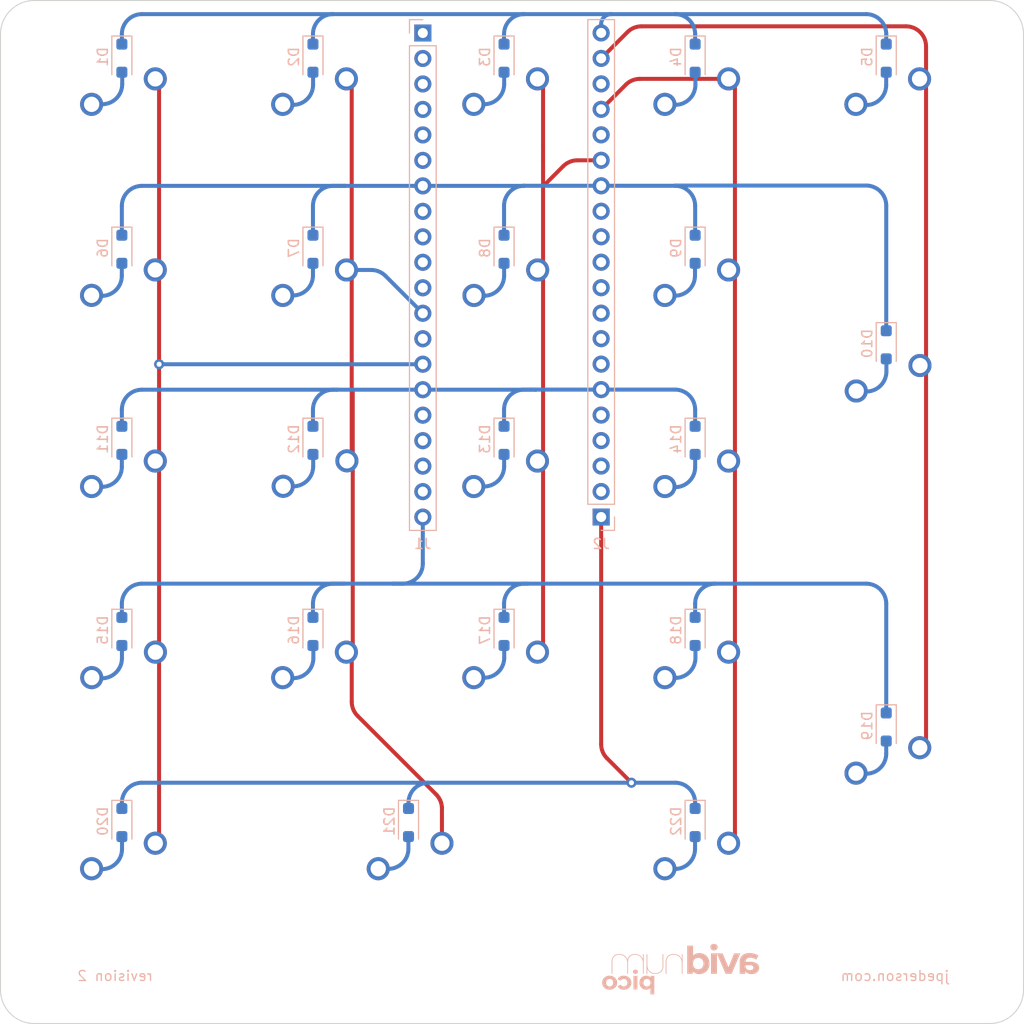
<source format=kicad_pcb>
(kicad_pcb (version 20221018) (generator pcbnew)
  (layers (0 "F.Cu" signal) (31 "B.Cu" signal) (34 "B.Paste" user) (35 "F.Paste" user) (36 "B.SilkS" user "B.Silkscreen") (37 "F.SilkS" user "F.Silkscreen") (38 "B.Mask" user) (39 "F.Mask" user) (44 "Edge.Cuts" user))
  (net 0 "")
  (net 1 "Net-(D1-A)")
  (net 2 "Net-(D2-A)")
  (net 3 "Net-(D3-A)")
  (net 4 "Net-(D4-A)")
  (net 5 "Net-(D5-A)")
  (net 6 "Net-(D6-A)")
  (net 7 "Net-(D7-A)")
  (net 8 "Net-(D8-A)")
  (net 9 "Net-(D9-A)")
  (net 10 "Net-(D10-A)")
  (net 11 "Net-(D11-A)")
  (net 12 "Net-(D12-A)")
  (net 13 "Net-(D13-A)")
  (net 14 "Net-(D14-A)")
  (net 15 "Net-(D15-A)")
  (net 16 "Net-(D16-A)")
  (net 17 "Net-(D17-A)")
  (net 18 "Net-(D18-A)")
  (net 19 "Net-(D19-A)")
  (net 20 "Net-(D20-A)")
  (net 21 "Net-(D21-A)")
  (net 22 "Net-(D22-A)")
  (net 23 "VBUS")
  (net 24 "VSYS")
  (net 26 "3V3_EN")
  (net 27 "3V3")
  (net 31 "RUN")
  (net 32 "ROW1")
  (net 33 "ROW2")
  (net 34 "ROW3")
  (net 35 "ROW4")
  (net 36 "ROW5")
  (net 37 "COL1")
  (net 38 "COL2")
  (net 39 "COL3")
  (net 40 "COL4")
  (net 41 "COL5")
  (footprint "marbastlib-mx:SW_MX_1u" (layer "F.Cu") (at 171.45 57.15)
    (fp_text reference "MX4" hide)
    (fp_text value "MX_SW_solder" hide)
  )
  (footprint "MountingHole:MountingHole_2.7mm_M2.5" (layer "F.Cu") (at 104.775 142.875)
    (fp_text reference "H3" hide)
    (fp_text value "MountingHole" hide)
  )
  (footprint "marbastlib-mx:SW_MX_1u" (layer "F.Cu") (at 142.875 133.35)
    (fp_text reference "MX21" hide)
    (fp_text value "MX_SW_solder" hide)
  )
  (footprint "marbastlib-mx:SW_MX_1u" (layer "F.Cu") (at 190.488808 57.15)
    (fp_text reference "MX5" hide)
    (fp_text value "MX_SW_solder" hide)
  )
  (footprint "marbastlib-mx:SW_MX_1u" (layer "F.Cu") (at 171.45 133.35)
    (fp_text reference "MX22" hide)
    (fp_text value "MX_SW_solder" hide)
  )
  (footprint "marbastlib-mx:SW_MX_1u" (layer "F.Cu") (at 171.45 76.2)
    (fp_text reference "MX9" hide)
    (fp_text value "MX_SW_solder" hide)
  )
  (footprint "MountingHole:MountingHole_2.7mm_M2.5" (layer "F.Cu") (at 200.025 47.625)
    (fp_text reference "H2" hide)
    (fp_text value "MountingHole" hide)
  )
  (footprint "marbastlib-mx:SW_MX_1u" (layer "F.Cu") (at 114.3 133.35)
    (fp_text reference "MX20" hide)
    (fp_text value "MX_SW_solder" hide)
  )
  (footprint "marbastlib-mx:SW_MX_1u" (layer "F.Cu") (at 133.35 57.15)
    (fp_text reference "MX2" hide)
    (fp_text value "MX_SW_solder" hide)
  )
  (footprint "marbastlib-mx:SW_MX_1u" (layer "F.Cu") (at 114.313612 114.3)
    (fp_text reference "MX15" hide)
    (fp_text value "MX_SW_solder" hide)
  )
  (footprint "marbastlib-mx:SW_MX_1u" (layer "F.Cu") (at 133.39964 95.226003)
    (fp_text reference "MX12" hide)
    (fp_text value "MX_SW_solder" hide)
  )
  (footprint "marbastlib-mx:STAB_MX_2u" (layer "F.Cu") (at 190.5 85.725 -90)
    (fp_text reference "S1" hide)
    (fp_text value "MX_stab")
  )
  (footprint "marbastlib-mx:SW_MX_1u" (layer "F.Cu") (at 114.3 57.15)
    (fp_text reference "MX1" hide)
    (fp_text value "MX_SW_solder" hide)
  )
  (footprint "marbastlib-mx:STAB_MX_2u" (layer "F.Cu") (at 142.875 133.35 180)
    (fp_text reference "S3" hide)
    (fp_text value "MX_stab")
  )
  (footprint "marbastlib-mx:SW_MX_1u" (layer "F.Cu") (at 152.4 95.25)
    (fp_text reference "MX13" hide)
    (fp_text value "MX_SW_solder" hide)
  )
  (footprint "MountingHole:MountingHole_2.7mm_M2.5" (layer "F.Cu") (at 104.775 47.625)
    (fp_text reference "H1" hide)
    (fp_text value "MountingHole" hide)
  )
  (footprint "marbastlib-mx:SW_MX_1u" (layer "F.Cu") (at 152.417786 76.2)
    (fp_text reference "MX8" hide)
    (fp_text value "MX_SW_solder" hide)
  )
  (footprint "marbastlib-mx:SW_MX_1u" (layer "F.Cu") (at 152.4 57.15)
    (fp_text reference "MX3" hide)
    (fp_text value "MX_SW_solder" hide)
  )
  (footprint "marbastlib-mx:SW_MX_1u" (layer "F.Cu") (at 133.36077 76.2)
    (fp_text reference "MX7" hide)
    (fp_text value "MX_SW_solder" hide)
  )
  (footprint "marbastlib-mx:SW_MX_1u" (layer "F.Cu") (at 133.35 114.3)
    (fp_text reference "MX16" hide)
    (fp_text value "MX_SW_solder" hide)
  )
  (footprint "marbastlib-mx:SW_MX_1u" (layer "F.Cu") (at 114.3 95.25)
    (fp_text reference "MX11" hide)
    (fp_text value "MX_SW_solder" hide)
  )
  (footprint "marbastlib-mx:SW_MX_1u" (layer "F.Cu") (at 171.45 114.3)
    (fp_text reference "MX18" hide)
    (fp_text value "MX_SW_solder" hide)
  )
  (footprint "marbastlib-mx:SW_MX_1u" (layer "F.Cu") (at 114.295227 76.192722)
    (fp_text reference "MX6" hide)
    (fp_text value "MX_SW_solder" hide)
  )
  (footprint "marbastlib-mx:SW_MX_1u" (layer "F.Cu") (at 152.4 114.3)
    (fp_text reference "MX17" hide)
    (fp_text value "MX_SW_solder" hide)
  )
  (footprint "marbastlib-mx:SW_MX_1u" (layer "F.Cu") (at 190.505122 123.825)
    (fp_text reference "MX19" hide)
    (fp_text value "MX_SW_solder" hide)
  )
  (footprint "marbastlib-mx:SW_MX_1u" (layer "F.Cu") (at 190.528838 85.725)
    (fp_text reference "MX10" hide)
    (fp_text value "MX_SW_solder" hide)
  )
  (footprint "marbastlib-mx:SW_MX_1u" (layer "F.Cu") (at 171.45 95.25)
    (fp_text reference "MX14" hide)
    (fp_text value "MX_SW_solder" hide)
  )
  (footprint "marbastlib-mx:STAB_MX_2u" (layer "F.Cu") (at 190.5 123.825 -90)
    (fp_text reference "S2" hide)
    (fp_text value "MX_stab")
  )
  (footprint "MountingHole:MountingHole_2.7mm_M2.5" (layer "F.Cu") (at 200.025 142.875)
    (fp_text reference "H4" hide)
    (fp_text value "MountingHole" hide)
  )
  (footprint "Diode_SMD:D_SOD-123F" (layer "B.Cu") (at 170.65625 107.15625 -90)
    (fp_text reference "D18")
    (fp_text value "D_Small")
  )
  (footprint "Diode_SMD:D_SOD-123F" (layer "B.Cu") (at 132.55625 88.10625 -90)
    (fp_text reference "D12")
    (fp_text value "D_Small")
  )
  (footprint "Diode_SMD:D_SOD-123F" (layer "B.Cu") (at 189.70625 116.68125 -90)
    (fp_text reference "D19")
    (fp_text value "D_Small")
  )
  (footprint "Diode_SMD:D_SOD-123F" (layer "B.Cu") (at 113.50625 50.00625 -90)
    (fp_text reference "D1")
    (fp_text value "D_Small")
  )
  (footprint "Diode_SMD:D_SOD-123F" (layer "B.Cu") (at 113.50625 69.05625 -90)
    (fp_text reference "D6")
    (fp_text value "D_Small")
  )
  (footprint "Diode_SMD:D_SOD-123F" (layer "B.Cu") (at 142.08125 126.20625 -90)
    (fp_text reference "D21")
    (fp_text value "D_Small")
  )
  (footprint "Diode_SMD:D_SOD-123F" (layer "B.Cu") (at 113.50625 88.10625 -90)
    (fp_text reference "D11")
    (fp_text value "D_Small")
  )
  (footprint "Connector_PinSocket_2.54mm:PinSocket_1x20_P2.54mm_Vertical" (layer "B.Cu") (at 161.2868 95.748805)
    (fp_text reference "J2")
    (fp_text value "1-20" hide)
  )
  (footprint "Diode_SMD:D_SOD-123F" (layer "B.Cu") (at 132.55625 69.05625 -90)
    (fp_text reference "D7")
    (fp_text value "D_Small")
  )
  (footprint "Diode_SMD:D_SOD-123F" (layer "B.Cu") (at 151.60625 69.05625 -90)
    (fp_text reference "D8")
    (fp_text value "D_Small")
  )
  (footprint "Diode_SMD:D_SOD-123F" (layer "B.Cu") (at 151.60625 107.15625 -90)
    (fp_text reference "D17")
    (fp_text value "D_Small")
  )
  (footprint "Diode_SMD:D_SOD-123F" (layer "B.Cu") (at 170.65625 126.20625 -90)
    (fp_text reference "D22")
    (fp_text value "D_Small")
  )
  (footprint "Diode_SMD:D_SOD-123F" (layer "B.Cu") (at 113.50625 126.20625 -90)
    (fp_text reference "D20")
    (fp_text value "D_Small")
  )
  (footprint "Diode_SMD:D_SOD-123F" (layer "B.Cu") (at 189.70625 78.58125 -90)
    (fp_text reference "D10")
    (fp_text value "D_Small")
  )
  (footprint "Diode_SMD:D_SOD-123F" (layer "B.Cu") (at 132.55625 50.00625 -90)
    (fp_text reference "D2")
    (fp_text value "D_Small")
  )
  (footprint "Connector_PinSocket_2.54mm:PinSocket_1x20_P2.54mm_Vertical" (layer "B.Cu") (at 143.508593 47.497294 180)
    (fp_text reference "J1")
    (fp_text value "21-40" hide)
  )
  (footprint "Diode_SMD:D_SOD-123F" (layer "B.Cu") (at 170.65625 69.05625 -90)
    (fp_text reference "D9")
    (fp_text value "D_Small")
  )
  (footprint "Diode_SMD:D_SOD-123F" (layer "B.Cu") (at 170.65625 88.10625 -90)
    (fp_text reference "D14")
    (fp_text value "D_Small")
  )
  (footprint "Diode_SMD:D_SOD-123F" (layer "B.Cu") (at 132.55625 107.15625 -90)
    (fp_text reference "D16")
    (fp_text value "D_Small")
  )
  (footprint "Diode_SMD:D_SOD-123F" (layer "B.Cu") (at 170.65625 50.00625 -90)
    (fp_text reference "D4")
    (fp_text value "D_Small")
  )
  (footprint "Diode_SMD:D_SOD-123F" (layer "B.Cu") (at 113.50625 107.15625 -90)
    (fp_text reference "D15")
    (fp_text value "D_Small")
  )
  (footprint "Diode_SMD:D_SOD-123F" (layer "B.Cu") (at 189.70625 50.00625 -90)
    (fp_text reference "D5")
    (fp_text value "D_Small")
  )
  (footprint "Diode_SMD:D_SOD-123F" (layer "B.Cu") (at 151.60625 50.00625 -90)
    (fp_text reference "D3")
    (fp_text value "D_Small")
  )
  (footprint "Diode_SMD:D_SOD-123F" (layer "B.Cu") (at 151.60625 88.10625 -90)
    (fp_text reference "D13")
    (fp_text value "D_Small")
  )
  (gr_poly (pts (xy 172.515379 138.302603) (xy 172.49535 138.303784) (xy 172.475775 138.305731) (xy 172.45667 138.308428) (xy 172.438047 138.311857) (xy 172.419921 138.316004) (xy 172.402304 138.32085) (xy 172.385211 138.326378) (xy 172.368655 138.332574) (xy 172.35265 138.339418) (xy 172.337209 138.346896) (xy 172.322347 138.354989) (xy 172.308076 138.363682) (xy 172.294411 138.372958) (xy 172.281365 138.382799) (xy 172.268951 138.39319) (xy 172.257185 138.404113) (xy 172.246078 138.415552) (xy 172.235645 138.42749) (xy 172.2259 138.439911) (xy 172.216855 138.452797) (xy 172.208526 138.466133) (xy 172.200925 138.4799) (xy 172.194066 138.494083) (xy 172.187963 138.508665) (xy 172.182629 138.523629) (xy 172.178078 138.538958) (xy 172.174325 138.554636) (xy 172.171381 138.570646) (xy 172.169262 138.586971) (xy 172.16798 138.603595) (xy 172.16755 138.6205) (xy 172.16798 138.638798) (xy 172.169262 138.656773) (xy 172.171381 138.674407) (xy 172.174325 138.691683) (xy 172.178078 138.708585) (xy 172.182629 138.725096) (xy 172.187963 138.741199) (xy 172.194066 138.756876) (xy 172.200925 138.772112) (xy 172.208526 138.786889) (xy 172.216855 138.801191) (xy 172.2259 138.815) (xy 172.235645 138.8283) (xy 172.246078 138.841073) (xy 172.257185 138.853304) (xy 172.268951 138.864975) (xy 172.281365 138.876069) (xy 172.294411 138.88657) (xy 172.308076 138.89646) (xy 172.322347 138.905723) (xy 172.337209 138.914342) (xy 172.35265 138.922299) (xy 172.368655 138.929579) (xy 172.385211 138.936164) (xy 172.402304 138.942038) (xy 172.419921 138.947183) (xy 172.438047 138.951583) (xy 172.45667 138.955221) (xy 172.475775 138.958079) (xy 172.49535 138.960142) (xy 172.515379 138.961392) (xy 172.53585 138.961813) (xy 172.556321 138.961392) (xy 172.57635 138.960145) (xy 172.595924 138.958088) (xy 172.615029 138.955242) (xy 172.633652 138.951625) (xy 172.651779 138.947256) (xy 172.669395 138.942154) (xy 172.686489 138.936338) (xy 172.703045 138.929827) (xy 172.71905 138.922639) (xy 172.73449 138.914793) (xy 172.749353 138.906309) (xy 172.763624 138.897205) (xy 172.777289 138.8875) (xy 172.790335 138.877214) (xy 172.802748 138.866364) (xy 172.814515 138.85497) (xy 172.825621 138.843051) (xy 172.836054 138.830626) (xy 172.8458 138.817713) (xy 172.854844 138.804331) (xy 172.863173 138.7905) (xy 172.870774 138.776238) (xy 172.877633 138.761564) (xy 172.883737 138.746497) (xy 172.88907 138.731056) (xy 172.893621 138.71526) (xy 172.897375 138.699128) (xy 172.900318 138.682678) (xy 172.902438 138.665929) (xy 172.903719 138.648901) (xy 172.90414 138.632009) (xy 172.903719 138.615117) (xy 172.902438 138.598089) (xy 172.900318 138.581341) (xy 172.897375 138.564891) (xy 172.893621 138.548759) (xy 172.88907 138.532962) (xy 172.883737 138.517521) (xy 172.877633 138.502455) (xy 172.870774 138.487781) (xy 172.863173 138.473519) (xy 172.854844 138.459687) (xy 172.8458 138.446306) (xy 172.836054 138.433393) (xy 172.825621 138.420968) (xy 172.814515 138.409049) (xy 172.802748 138.397655) (xy 172.790335 138.386805) (xy 172.777289 138.376518) (xy 172.763624 138.366814) (xy 172.749353 138.35771) (xy 172.73449 138.349226) (xy 172.71905 138.34138) (xy 172.703045 138.334192) (xy 172.686489 138.327681) (xy 172.669395 138.321864) (xy 172.651779 138.316762) (xy 172.633652 138.312393) (xy 172.615029 138.308776) (xy 172.595924 138.30593) (xy 172.57635 138.303874) (xy 172.556321 138.302626) (xy 172.53585 138.302206)) (fill solid) (layer "B.SilkS"))
  (gr_poly (pts (xy 163.486632 141.473095) (xy 163.435289 141.477406) (xy 163.385554 141.484547) (xy 163.337527 141.494483) (xy 163.291304 141.507176) (xy 163.246984 141.522591) (xy 163.204663 141.540692) (xy 163.16444 141.561443) (xy 163.126412 141.584807) (xy 163.090677 141.61075) (xy 163.057333 141.639234) (xy 163.026477 141.670224) (xy 162.998207 141.703683) (xy 162.97262 141.739576) (xy 162.949815 141.777867) (xy 162.929888 141.818518) (xy 163.236275 141.982825) (xy 163.243225 141.970974) (xy 163.250381 141.95953) (xy 163.257738 141.948492) (xy 163.265294 141.937857) (xy 163.273043 141.927623) (xy 163.280983 141.917788) (xy 163.28911 141.90835) (xy 163.297419 141.899307) (xy 163.305907 141.890657) (xy 163.314571 141.882399) (xy 163.323406 141.874529) (xy 163.332409 141.867046) (xy 163.341576 141.859948) (xy 163.350903 141.853232) (xy 163.360386 141.846898) (xy 163.370022 141.840942) (xy 163.379807 141.835363) (xy 163.389737 141.830158) (xy 163.399808 141.825327) (xy 163.410017 141.820865) (xy 163.420359 141.816773) (xy 163.430832 141.813047) (xy 163.44143 141.809685) (xy 163.452151 141.806686) (xy 163.46299 141.804048) (xy 163.473945 141.801768) (xy 163.496183 141.798275) (xy 163.518834 141.796191) (xy 163.54187 141.7955) (xy 163.560491 141.795905) (xy 163.578836 141.797118) (xy 163.596883 141.799129) (xy 163.614613 141.801933) (xy 163.632005 141.805522) (xy 163.649037 141.809888) (xy 163.66569 141.815025) (xy 163.681942 141.820924) (xy 163.697774 141.82758) (xy 163.713164 141.834984) (xy 163.728092 141.843129) (xy 163.742537 141.852008) (xy 163.756479 141.861614) (xy 163.769896 141.871939) (xy 163.782769 141.882976) (xy 163.795077 141.894718) (xy 163.806798 141.907158) (xy 163.817913 141.920289) (xy 163.8284 141.934102) (xy 163.83824 141.948591) (xy 163.847411 141.963749) (xy 163.855893 141.979568) (xy 163.863665 141.996041) (xy 163.870706 142.013161) (xy 163.876997 142.03092) (xy 163.882515 142.049312) (xy 163.887241 142.068328) (xy 163.891155 142.087962) (xy 163.894234 142.108207) (xy 163.896459 142.129055) (xy 163.89781 142.150499) (xy 163.898264 142.172531) (xy 163.897807 142.194563) (xy 163.896451 142.216007) (xy 163.894215 142.236855) (xy 163.891122 142.257099) (xy 163.887192 142.276734) (xy 163.882447 142.29575) (xy 163.876908 142.314142) (xy 163.870595 142.331901) (xy 163.863529 142.349021) (xy 163.855733 142.365494) (xy 163.847226 142.381313) (xy 163.838031 142.396471) (xy 163.828167 142.41096) (xy 163.817656 142.424773) (xy 163.80652 142.437904) (xy 163.794779 142.450343) (xy 163.782454 142.462086) (xy 163.769567 142.473123) (xy 163.756138 142.483448) (xy 163.742188 142.493054) (xy 163.727739 142.501933) (xy 163.712812 142.510078) (xy 163.697428 142.517482) (xy 163.681607 142.524137) (xy 163.665372 142.530037) (xy 163.648742 142.535174) (xy 163.631739 142.53954) (xy 163.614385 142.543128) (xy 163.5967 142.545932) (xy 163.578705 142.547944) (xy 163.560421 142.549156) (xy 163.54187 142.549562) (xy 163.518835 142.548906) (xy 163.496183 142.546917) (xy 163.473945 142.543566) (xy 163.452152 142.538822) (xy 163.430832 142.532654) (xy 163.410018 142.525033) (xy 163.389738 142.515929) (xy 163.370023 142.505311) (xy 163.350904 142.493148) (xy 163.33241 142.479411) (xy 163.314572 142.46407) (xy 163.29742 142.447094) (xy 163.280984 142.428453) (xy 163.265294 142.408116) (xy 163.250381 142.386055) (xy 163.236275 142.362237) (xy 162.929888 142.528925) (xy 162.939485 142.549045) (xy 162.949815 142.568625) (xy 162.960864 142.587657) (xy 162.97262 142.606135) (xy 162.985072 142.624053) (xy 162.998207 142.641404) (xy 163.012013 142.658181) (xy 163.026478 142.674379) (xy 163.041589 142.689991) (xy 163.057334 142.705011) (xy 163.073701 142.719431) (xy 163.090678 142.733247) (xy 163.108253 142.746451) (xy 163.126413 142.759037) (xy 163.145147 142.770998) (xy 163.164441 142.782329) (xy 163.184285 142.793023) (xy 163.204664 142.803073) (xy 163.225569 142.812473) (xy 163.246985 142.821217) (xy 163.268901 142.829298) (xy 163.291306 142.836709) (xy 163.314185 142.843446) (xy 163.337528 142.8495) (xy 163.361322 142.854866) (xy 163.385555 142.859537) (xy 163.410215 142.863508) (xy 163.435289 142.86677) (xy 163.460766 142.869319) (xy 163.486633 142.871148) (xy 163.512877 142.872249) (xy 163.539487 142.872618) (xy 163.580633 142.871772) (xy 163.620999 142.869255) (xy 163.660552 142.865099) (xy 163.699257 142.859334) (xy 163.73708 142.851991) (xy 163.773986 142.843103) (xy 163.80994 142.8327) (xy 163.844907 142.820813) (xy 163.878854 142.807475) (xy 163.911746 142.792715) (xy 163.943547 142.776565) (xy 163.974224 142.759058) (xy 164.003741 142.740222) (xy 164.032065 142.720091) (xy 164.05916 142.698695) (xy 164.084992 142.676066) (xy 164.109526 142.652234) (xy 164.132729 142.627231) (xy 164.154564 142.601089) (xy 164.174999 142.573838) (xy 164.193997 142.54551) (xy 164.211525 142.516135) (xy 164.227547 142.485746) (xy 164.24203 142.454374) (xy 164.254939 142.422049) (xy 164.266238 142.388803) (xy 164.275894 142.354668) (xy 164.283872 142.319673) (xy 164.290138 142.283852) (xy 164.294656 142.247235) (xy 164.297392 142.209852) (xy 164.298302 142.172134) (xy 164.297392 142.134485) (xy 164.294656 142.097164) (xy 164.290138 142.060599) (xy 164.283872 142.024822) (xy 164.275894 141.989865) (xy 164.266238 141.95576) (xy 164.254939 141.922537) (xy 164.24203 141.890229) (xy 164.227547 141.858868) (xy 164.211525 141.828484) (xy 164.193997 141.799111) (xy 164.174999 141.770779) (xy 164.154564 141.74352) (xy 164.132729 141.717366) (xy 164.109526 141.692349) (xy 164.084992 141.6685) (xy 164.05916 141.645851) (xy 164.032065 141.624433) (xy 164.003741 141.604279) (xy 163.974224 141.58542) (xy 163.943547 141.567887) (xy 163.911746 141.551713) (xy 163.878854 141.536929) (xy 163.844907 141.523566) (xy 163.80994 141.511657) (xy 163.773986 141.501233) (xy 163.73708 141.492326) (xy 163.699257 141.484967) (xy 163.660552 141.479188) (xy 163.620999 141.475021) (xy 163.580633 141.472498) (xy 163.539487 141.47165)) (fill solid) (layer "B.SilkS"))
  (gr_poly (pts (xy 162.091173 141.472496) (xy 162.051706 141.475013) (xy 162.013007 141.479169) (xy 161.975112 141.484934) (xy 161.938058 141.492277) (xy 161.901879 141.501165) (xy 161.866612 141.511568) (xy 161.832292 141.523454) (xy 161.798954 141.536793) (xy 161.766634 141.551553) (xy 161.735368 141.567702) (xy 161.705191 141.58521) (xy 161.676139 141.604046) (xy 161.648248 141.624177) (xy 161.621553 141.645573) (xy 161.596089 141.668202) (xy 161.571893 141.692034) (xy 161.549 141.717037) (xy 161.527446 141.743179) (xy 161.507266 141.77043) (xy 161.488495 141.798758) (xy 161.47117 141.828133) (xy 161.455326 141.858522) (xy 161.440999 141.889894) (xy 161.428223 141.922219) (xy 161.417036 141.955465) (xy 161.407472 141.9896) (xy 161.399567 142.024594) (xy 161.393357 142.060416) (xy 161.388877 142.097033) (xy 161.386163 142.134415) (xy 161.38525 142.172531) (xy 161.386163 142.210647) (xy 161.388877 142.248029) (xy 161.393357 142.284647) (xy 161.399567 142.320468) (xy 161.407472 142.355462) (xy 161.417036 142.389598) (xy 161.428224 142.422843) (xy 161.440999 142.455168) (xy 161.455326 142.486541) (xy 161.47117 142.51693) (xy 161.488495 142.546304) (xy 161.507266 142.574632) (xy 161.527446 142.601883) (xy 161.549001 142.628026) (xy 161.571894 142.653028) (xy 161.59609 142.67686) (xy 161.621553 142.69949) (xy 161.648248 142.720886) (xy 161.67614 142.741017) (xy 161.705191 142.759852) (xy 161.735368 142.77736) (xy 161.766634 142.793509) (xy 161.798954 142.808269) (xy 161.832292 142.821608) (xy 161.866612 142.833494) (xy 161.90188 142.843897) (xy 161.938058 142.852786) (xy 161.975113 142.860128) (xy 162.013007 142.865893) (xy 162.051706 142.87005) (xy 162.091173 142.872567) (xy 162.131374 142.873413) (xy 162.171582 142.872567) (xy 162.21107 142.87005) (xy 162.2498 142.865893) (xy 162.287738 142.860128) (xy 162.324846 142.852786) (xy 162.361089 142.843897) (xy 162.396428 142.833494) (xy 162.430829 142.821608) (xy 162.464254 142.808269) (xy 162.496667 142.793509) (xy 162.528031 142.77736) (xy 162.558311 142.759852) (xy 162.587469 142.741017) (xy 162.615469 142.720886) (xy 162.642275 142.69949) (xy 162.66785 142.67686) (xy 162.692157 142.653028) (xy 162.715161 142.628026) (xy 162.736824 142.601883) (xy 162.757111 142.574632) (xy 162.775984 142.546304) (xy 162.793407 142.51693) (xy 162.809345 142.486541) (xy 162.823759 142.455168) (xy 162.836614 142.422843) (xy 162.847874 142.389598) (xy 162.857502 142.355462) (xy 162.86546 142.320468) (xy 162.871714 142.284647) (xy 162.876226 142.248029) (xy 162.87896 142.210647) (xy 162.87988 142.172531) (xy 162.480624 142.172531) (xy 162.480183 142.194354) (xy 162.478873 142.215615) (xy 162.476713 142.236305) (xy 162.473724 142.256416) (xy 162.469923 142.275939) (xy 162.46533 142.294866) (xy 162.459965 142.313188) (xy 162.453847 142.330897) (xy 162.446996 142.347983) (xy 162.43943 142.364439) (xy 162.431169 142.380256) (xy 162.422232 142.395425) (xy 162.412639 142.409937) (xy 162.402409 142.423785) (xy 162.391561 142.436959) (xy 162.380115 142.449451) (xy 162.36809 142.461252) (xy 162.355505 142.472354) (xy 162.34238 142.482748) (xy 162.328734 142.492426) (xy 162.314586 142.501379) (xy 162.299956 142.509599) (xy 162.284862 142.517076) (xy 162.269325 142.523803) (xy 162.253364 142.52977) (xy 162.236997 142.53497) (xy 162.220245 142.539393) (xy 162.203126 142.543031) (xy 162.18566 142.545876) (xy 162.167867 142.547918) (xy 162.149765 142.54915) (xy 162.131374 142.549562) (xy 162.11299 142.54915) (xy 162.094908 142.547918) (xy 162.077147 142.545876) (xy 162.059725 142.543031) (xy 162.04266 142.539393) (xy 162.025971 142.53497) (xy 162.009677 142.52977) (xy 161.993796 142.523803) (xy 161.978346 142.517076) (xy 161.963345 142.509599) (xy 161.948813 142.501379) (xy 161.934768 142.492426) (xy 161.921228 142.482748) (xy 161.908212 142.472354) (xy 161.895738 142.461252) (xy 161.883824 142.449451) (xy 161.87249 142.436959) (xy 161.861752 142.423785) (xy 161.851631 142.409937) (xy 161.842144 142.395425) (xy 161.833311 142.380256) (xy 161.825148 142.364439) (xy 161.817675 142.347983) (xy 161.810911 142.330897) (xy 161.804873 142.313188) (xy 161.79958 142.294866) (xy 161.795051 142.275939) (xy 161.791304 142.256416) (xy 161.788358 142.236305) (xy 161.78623 142.215615) (xy 161.78494 142.194354) (xy 161.784506 142.172531) (xy 161.78494 142.150778) (xy 161.78623 142.129578) (xy 161.788358 142.108941) (xy 161.791304 142.088874) (xy 161.795051 142.069388) (xy 161.79958 142.050491) (xy 161.804873 142.032192) (xy 161.810911 142.014501) (xy 161.817675 141.997425) (xy 161.825148 141.980975) (xy 161.833311 141.965159) (xy 161.842144 141.949987) (xy 161.851631 141.935466) (xy 161.861752 141.921607) (xy 161.87249 141.908419) (xy 161.883824 141.895909) (xy 161.895738 141.884088) (xy 161.908212 141.872965) (xy 161.921228 141.862547) (xy 161.934768 141.852845) (xy 161.948813 141.843868) (xy 161.963345 141.835623) (xy 161.978346 141.828122) (xy 161.993796 141.821371) (xy 162.009677 141.815381) (xy 162.025971 141.810161) (xy 162.04266 141.805718) (xy 162.059725 141.802064) (xy 162.077147 141.799206) (xy 162.094908 141.797153) (xy 162.11299 141.795915) (xy 162.131374 141.7955) (xy 162.149765 141.795912) (xy 162.167867 141.797144) (xy 162.18566 141.799187) (xy 162.203126 141.802031) (xy 162.220245 141.805669) (xy 162.236997 141.810093) (xy 162.253364 141.815292) (xy 162.269325 141.82126) (xy 162.284862 141.827986) (xy 162.299956 141.835464) (xy 162.314586 141.843683) (xy 162.328734 141.852636) (xy 162.34238 141.862314) (xy 162.355505 141.872708) (xy 162.36809 141.88381) (xy 162.380115 141.895612) (xy 162.391561 141.908104) (xy 162.402409 141.921278) (xy 162.412639 141.935125) (xy 162.422232 141.949638) (xy 162.431169 141.964807) (xy 162.43943 141.980623) (xy 162.446996 141.997079) (xy 162.453847 142.014166) (xy 162.459965 142.031874) (xy 162.46533 142.050196) (xy 162.469923 142.069123) (xy 162.473724 142.088646) (xy 162.476713 142.108757) (xy 162.478873 142.129448) (xy 162.480183 142.150708) (xy 162.480624 142.172531) (xy 162.87988 142.172531) (xy 162.879881 142.172531) (xy 162.878961 142.134485) (xy 162.876227 142.097164) (xy 162.871715 142.060599) (xy 162.865462 142.024822) (xy 162.857503 141.989865) (xy 162.847875 141.95576) (xy 162.836616 141.922537) (xy 162.82376 141.890229) (xy 162.809346 141.858868) (xy 162.793408 141.828484) (xy 162.775985 141.799111) (xy 162.757112 141.770779) (xy 162.736825 141.74352) (xy 162.715162 141.717366) (xy 162.692158 141.692349) (xy 162.667851 141.6685) (xy 162.642276 141.645851) (xy 162.61547 141.624433) (xy 162.58747 141.604279) (xy 162.558311 141.58542) (xy 162.528032 141.567887) (xy 162.496667 141.551713) (xy 162.464254 141.536929) (xy 162.430829 141.523566) (xy 162.396429 141.511657) (xy 162.361089 141.501233) (xy 162.324847 141.492326) (xy 162.287739 141.484967) (xy 162.249801 141.479188) (xy 162.21107 141.475021) (xy 162.171582 141.472498) (xy 162.131374 141.47165)) (fill solid) (layer "B.SilkS"))
  (gr_poly (pts (xy 164.298302 142.172134) (xy 164.298312 142.172531) (xy 164.298312 142.171737)) (fill solid) (layer "B.SilkS"))
  (gr_poly (pts (xy 165.747089 141.474034) (xy 165.712094 141.476409) (xy 165.677679 141.48034) (xy 165.643881 141.485806) (xy 165.61074 141.492785) (xy 165.578293 141.501256) (xy 165.54658 141.511197) (xy 165.515639 141.522587) (xy 165.485509 141.535402) (xy 165.456227 141.549623) (xy 165.427833 141.565228) (xy 165.400364 141.582194) (xy 165.37386 141.6005) (xy 165.34836 141.620124) (xy 165.3239 141.641045) (xy 165.300521 141.663241) (xy 165.27826 141.686691) (xy 165.257156 141.711372) (xy 165.237248 141.737264) (xy 165.218574 141.764344) (xy 165.201172 141.792591) (xy 165.185082 141.821982) (xy 165.170341 141.852498) (xy 165.156988 141.884115) (xy 165.145062 141.916812) (xy 165.134602 141.950568) (xy 165.125645 141.985361) (xy 165.11823 142.021169) (xy 165.112395 142.05797) (xy 165.10818 142.095743) (xy 165.105623 142.134467) (xy 165.104779 142.173324) (xy 165.105623 142.212113) (xy 165.10818 142.250776) (xy 165.112395 142.288497) (xy 165.11823 142.325254) (xy 165.125645 142.361024) (xy 165.134602 142.395787) (xy 165.145062 142.42952) (xy 165.156988 142.4622) (xy 165.170341 142.493806) (xy 165.185082 142.524316) (xy 165.201172 142.553707) (xy 165.218574 142.581957) (xy 165.237248 142.609045) (xy 165.257156 142.634948) (xy 165.27826 142.659644) (xy 165.300521 142.683111) (xy 165.3239 142.705327) (xy 165.34836 142.72627) (xy 165.37386 142.745917) (xy 165.400364 142.764247) (xy 165.427833 142.781238) (xy 165.456227 142.796867) (xy 165.485509 142.811112) (xy 165.515639 142.823952) (xy 165.54658 142.835364) (xy 165.578293 142.845326) (xy 165.61074 142.853816) (xy 165.643881 142.860812) (xy 165.677679 142.866291) (xy 165.712094 142.870233) (xy 165.747089 142.872614) (xy 165.782624 142.873413) (xy 165.813978 142.872788) (xy 165.84463 142.87091) (xy 165.874565 142.867772) (xy 165.903771 142.863367) (xy 165.932232 142.857687) (xy 165.959935 142.850726) (xy 165.986865 142.842476) (xy 166.01301 142.832931) (xy 166.038355 142.822084) (xy 166.062886 142.809928) (xy 166.086589 142.796456) (xy 166.109451 142.78166) (xy 166.131456 142.765534) (xy 166.152592 142.748071) (xy 166.172845 142.729264) (xy 166.192199 142.709106) (xy 166.192199 143.344106) (xy 166.586693 143.344106) (xy 166.586693 142.172531) (xy 166.197755 142.172531) (xy 166.197321 142.194354) (xy 166.196031 142.215615) (xy 166.193904 142.236305) (xy 166.190957 142.256416) (xy 166.18721 142.275939) (xy 166.182681 142.294866) (xy 166.177389 142.313188) (xy 166.171351 142.330897) (xy 166.164586 142.347983) (xy 166.157113 142.364439) (xy 166.148951 142.380256) (xy 166.140117 142.395425) (xy 166.13063 142.409937) (xy 166.120509 142.423785) (xy 166.109772 142.436959) (xy 166.098437 142.449451) (xy 166.086524 142.461252) (xy 166.07405 142.472354) (xy 166.061033 142.482748) (xy 166.047493 142.492426) (xy 166.033448 142.501379) (xy 166.018916 142.509599) (xy 166.003916 142.517076) (xy 165.988466 142.523803) (xy 165.972585 142.52977) (xy 165.95629 142.53497) (xy 165.939602 142.539393) (xy 165.922537 142.543031) (xy 165.905115 142.545876) (xy 165.887353 142.547918) (xy 165.869271 142.54915) (xy 165.850887 142.549562) (xy 165.832503 142.54915) (xy 165.814421 142.547918) (xy 165.79666 142.545876) (xy 165.779238 142.543031) (xy 165.762173 142.539393) (xy 165.745484 142.53497) (xy 165.72919 142.52977) (xy 165.713308 142.523803) (xy 165.697858 142.517076) (xy 165.682858 142.509599) (xy 165.668326 142.501379) (xy 165.654281 142.492426) (xy 165.640741 142.482748) (xy 165.627725 142.472354) (xy 165.615251 142.461252) (xy 165.603337 142.449451) (xy 165.592002 142.436959) (xy 165.581265 142.423785) (xy 165.571144 142.409937) (xy 165.561657 142.395425) (xy 165.552824 142.380256) (xy 165.544661 142.364439) (xy 165.537188 142.347983) (xy 165.530424 142.330897) (xy 165.524386 142.313188) (xy 165.519093 142.294866) (xy 165.514564 142.275939) (xy 165.510817 142.256416) (xy 165.507871 142.236305) (xy 165.505743 142.215615) (xy 165.504453 142.194354) (xy 165.504019 142.172531) (xy 165.504453 142.150778) (xy 165.505743 142.129578) (xy 165.507871 142.108941) (xy 165.510817 142.088874) (xy 165.514564 142.069388) (xy 165.519093 142.050491) (xy 165.524386 142.032192) (xy 165.530424 142.014501) (xy 165.537188 141.997425) (xy 165.544661 141.980975) (xy 165.552824 141.965159) (xy 165.561657 141.949987) (xy 165.571144 141.935466) (xy 165.581265 141.921607) (xy 165.592002 141.908419) (xy 165.603337 141.895909) (xy 165.615251 141.884088) (xy 165.627725 141.872965) (xy 165.640741 141.862547) (xy 165.654281 141.852845) (xy 165.668326 141.843868) (xy 165.682858 141.835623) (xy 165.697858 141.828122) (xy 165.713308 141.821371) (xy 165.72919 141.815381) (xy 165.745484 141.810161) (xy 165.762173 141.805718) (xy 165.779238 141.802064) (xy 165.79666 141.799206) (xy 165.814421 141.797153) (xy 165.832503 141.795915) (xy 165.850887 141.7955) (xy 165.869271 141.795912) (xy 165.887353 141.797144) (xy 165.905115 141.799187) (xy 165.922537 141.802031) (xy 165.939602 141.805669) (xy 165.95629 141.810093) (xy 165.972585 141.815292) (xy 165.988466 141.82126) (xy 166.003916 141.827986) (xy 166.018916 141.835464) (xy 166.033448 141.843683) (xy 166.047493 141.852636) (xy 166.061033 141.862314) (xy 166.07405 141.872708) (xy 166.086524 141.88381) (xy 166.098437 141.895612) (xy 166.109772 141.908104) (xy 166.120509 141.921278) (xy 166.13063 141.935125) (xy 166.140117 141.949638) (xy 166.148951 141.964807) (xy 166.157113 141.980623) (xy 166.164586 141.997079) (xy 166.171351 142.014166) (xy 166.177389 142.031874) (xy 166.182681 142.050196) (xy 166.18721 142.069123) (xy 166.190957 142.088646) (xy 166.193904 142.108757) (xy 166.196031 142.129448) (xy 166.197321 142.150708) (xy 166.197755 142.172531) (xy 166.586693 142.172531) (xy 166.586693 141.493081) (xy 166.209662 141.493081) (xy 166.209662 141.650244) (xy 166.190643 141.628635) (xy 166.170509 141.608454) (xy 166.14928 141.589696) (xy 166.126976 141.572357) (xy 166.103615 141.556432) (xy 166.079219 141.541916) (xy 166.053806 141.528804) (xy 166.027397 141.517092) (xy 166.000012 141.506776) (xy 165.971669 141.49785) (xy 165.942389 141.49031) (xy 165.912192 141.484152) (xy 165.881097 141.47937) (xy 165.849124 141.47596) (xy 165.816294 141.473917) (xy 165.782624 141.473238)) (fill solid) (layer "B.SilkS"))
  (gr_poly (pts (xy 168.460545 139.315863) (xy 168.416972 139.318352) (xy 168.374491 139.322493) (xy 168.333125 139.328278) (xy 168.292896 139.335702) (xy 168.253829 139.344755) (xy 168.215944 139.355433) (xy 168.179266 139.367729) (xy 168.143817 139.381634) (xy 168.109619 139.397143) (xy 168.076696 139.414249) (xy 168.045071 139.432945) (xy 168.014766 139.453224) (xy 167.985804 139.475079) (xy 167.958208 139.498503) (xy 167.932 139.52349) (xy 167.907204 139.550032) (xy 167.883843 139.578124) (xy 167.861939 139.607757) (xy 167.841514 139.638926) (xy 167.822593 139.671623) (xy 167.805197 139.705842) (xy 167.789349 139.741575) (xy 167.775073 139.778817) (xy 167.762391 139.817559) (xy 167.751326 139.857796) (xy 167.741901 139.89952) (xy 167.734138 139.942725) (xy 167.72806 139.987403) (xy 167.723691 140.033548) (xy 167.721053 140.081154) (xy 167.720168 140.130212) (xy 167.719375 140.131006) (xy 167.719375 141.288294) (xy 167.795575 141.288294) (xy 167.795575 140.131006) (xy 167.79634 140.086133) (xy 167.798625 140.0426) (xy 167.802415 140.000414) (xy 167.807697 139.959578) (xy 167.814454 139.920099) (xy 167.822673 139.881983) (xy 167.832338 139.845235) (xy 167.843435 139.80986) (xy 167.85595 139.775864) (xy 167.869868 139.743253) (xy 167.885173 139.712032) (xy 167.901852 139.682206) (xy 167.91989 139.653781) (xy 167.939271 139.626763) (xy 167.959982 139.601157) (xy 167.982007 139.576969) (xy 168.005332 139.554204) (xy 168.029943 139.532867) (xy 168.055824 139.512965) (xy 168.08296 139.494503) (xy 168.111339 139.477485) (xy 168.140943 139.461919) (xy 168.17176 139.447809) (xy 168.203773 139.43516) (xy 168.236969 139.423979) (xy 168.271333 139.414271) (xy 168.30685 139.406042) (xy 168.343506 139.399296) (xy 168.381285 139.39404) (xy 168.420173 139.390278) (xy 168.460156 139.388017) (xy 168.501219 139.387263) (xy 168.548985 139.388245) (xy 168.595531 139.391172) (xy 168.640839 139.396011) (xy 168.684888 139.402728) (xy 168.72766 139.411292) (xy 168.769134 139.42167) (xy 168.809291 139.433829) (xy 168.848112 139.447736) (xy 168.885578 139.46336) (xy 168.921668 139.480668) (xy 168.956363 139.499626) (xy 168.989645 139.520203) (xy 169.021492 139.542366) (xy 169.051887 139.566083) (xy 169.080809 139.59132) (xy 169.108239 139.618045) (xy 169.134157 139.646227) (xy 169.158545 139.675831) (xy 169.181382 139.706826) (xy 169.202649 139.739179) (xy 169.222326 139.772858) (xy 169.240395 139.807829) (xy 169.256835 139.844061) (xy 169.271627 139.881521) (xy 169.284752 139.920176) (xy 169.296191 139.959994) (xy 169.305923 140.000941) (xy 169.313929 140.042987) (xy 169.32019 140.086097) (xy 169.324686 140.130241) (xy 169.327398 140.175384) (xy 169.328306 140.221494) (xy 169.328306 141.2875) (xy 169.404506 141.2875) (xy 169.404506 139.326937) (xy 169.328306 139.326937) (xy 169.328306 139.850019) (xy 169.316794 139.819781) (xy 169.30429 139.790249) (xy 169.2908 139.761439) (xy 169.276334 139.733367) (xy 169.260898 139.70605) (xy 169.244499 139.679505) (xy 169.227146 139.653749) (xy 169.208847 139.628798) (xy 169.189607 139.604669) (xy 169.169436 139.581379) (xy 169.14834 139.558944) (xy 169.126327 139.537382) (xy 169.103406 139.516708) (xy 169.079582 139.49694) (xy 169.054865 139.478095) (xy 169.02926 139.460188) (xy 169.002777 139.443237) (xy 168.975423 139.427259) (xy 168.947204 139.41227) (xy 168.918129 139.398287) (xy 168.888206 139.385326) (xy 168.857441 139.373405) (xy 168.825842 139.362539) (xy 168.793417 139.352747) (xy 168.760174 139.344044) (xy 168.72612 139.336447) (xy 168.691262 139.329973) (xy 168.655609 139.324638) (xy 168.619167 139.32046) (xy 168.581944 139.317455) (xy 168.543948 139.31564) (xy 168.505187 139.315031)) (fill solid) (layer "B.SilkS"))
  (gr_poly (pts (xy 175.966356 139.219199) (xy 175.859051 139.2294) (xy 175.8078 139.237076) (xy 175.758175 139.246478) (xy 175.710192 139.257615) (xy 175.663869 139.270494) (xy 175.619226 139.285123) (xy 175.57628 139.301509) (xy 175.535049 139.319661) (xy 175.495551 139.339586) (xy 175.457804 139.361291) (xy 175.421826 139.384785) (xy 175.387635 139.410075) (xy 175.35525 139.437169) (xy 175.324687 139.466074) (xy 175.295966 139.496799) (xy 175.269103 139.529351) (xy 175.244118 139.563737) (xy 175.221029 139.599965) (xy 175.199852 139.638044) (xy 175.180607 139.67798) (xy 175.163311 139.719781) (xy 175.147982 139.763456) (xy 175.134639 139.809012) (xy 175.123299 139.856456) (xy 175.113981 139.905796) (xy 175.106702 139.957041) (xy 175.10148 140.010197) (xy 175.098334 140.065272) (xy 175.097281 140.122275) (xy 175.096487 140.123069) (xy 175.096487 141.2875) (xy 175.650525 141.2875) (xy 175.650525 141.0335) (xy 175.661165 141.050657) (xy 175.672399 141.0673) (xy 175.684223 141.083427) (xy 175.696635 141.099037) (xy 175.709632 141.114127) (xy 175.723213 141.128695) (xy 175.737373 141.14274) (xy 175.752112 141.156258) (xy 175.767426 141.169249) (xy 175.783314 141.18171) (xy 175.799772 141.193639) (xy 175.816798 141.205033) (xy 175.83439 141.215892) (xy 175.852545 141.226213) (xy 175.871261 141.235994) (xy 175.890535 141.245232) (xy 175.910364 141.253927) (xy 175.930748 141.262075) (xy 175.951681 141.269675) (xy 175.973164 141.276725) (xy 175.995192 141.283223) (xy 176.017764 141.289166) (xy 176.040876 141.294553) (xy 176.064527 141.299381) (xy 176.113435 141.307355) (xy 176.164467 141.31307) (xy 176.217603 141.316511) (xy 176.272825 141.317662) (xy 176.317054 141.316889) (xy 176.360136 141.31459) (xy 176.402055 141.310799) (xy 176.442792 141.305548) (xy 176.482333 141.298871) (xy 176.520658 141.2908) (xy 176.557753 141.281368) (xy 176.593599 141.270608) (xy 176.62818 141.258552) (xy 176.661479 141.245234) (xy 176.69348 141.230687) (xy 176.724164 141.214943) (xy 176.753517 141.198035) (xy 176.78152 141.179996) (xy 176.808157 141.160859) (xy 176.83341 141.140656) (xy 176.857264 141.119421) (xy 176.879701 141.097186) (xy 176.900705 141.073985) (xy 176.920258 141.049849) (xy 176.938343 141.024812) (xy 176.954945 140.998908) (xy 176.970045 140.972167) (xy 176.983628 140.944625) (xy 176.995675 140.916312) (xy 177.006171 140.887263) (xy 177.015099 140.857509) (xy 177.022441 140.827084) (xy 177.028181 140.796021) (xy 177.032301 140.764353) (xy 177.034786 140.732112) (xy 177.035618 140.699331) (xy 177.03502 140.673137) (xy 176.458562 140.673137) (xy 176.458196 140.686835) (xy 176.457103 140.70024) (xy 176.45529 140.713342) (xy 176.452766 140.726133) (xy 176.449537 140.738602) (xy 176.445612 140.750742) (xy 176.440999 140.762542) (xy 176.435705 140.773993) (xy 176.429737 140.785086) (xy 176.423104 140.795812) (xy 176.415813 140.806161) (xy 176.407872 140.816124) (xy 176.399289 140.825692) (xy 176.390071 140.834855) (xy 176.380226 140.843604) (xy 176.369761 140.85193) (xy 176.358685 140.859823) (xy 176.347006 140.867274) (xy 176.33473 140.874275) (xy 176.321865 140.880815) (xy 176.30842 140.886885) (xy 176.294401 140.892476) (xy 176.279818 140.897579) (xy 176.264676 140.902184) (xy 176.248985 140.906282) (xy 176.232751 140.909864) (xy 176.215983 140.91292) (xy 176.198688 140.915442) (xy 176.180874 140.917419) (xy 176.162548 140.918843) (xy 176.143719 140.919704) (xy 176.124393 140.919994) (xy 176.08767 140.918923) (xy 176.051689 140.915709) (xy 176.016562 140.910345) (xy 175.982399 140.902829) (xy 175.94931 140.893154) (xy 175.917406 140.881317) (xy 175.886797 140.867312) (xy 175.857594 140.851136) (xy 175.829907 140.832783) (xy 175.803847 140.812248) (xy 175.779524 140.789528) (xy 175.757048 140.764617) (xy 175.736531 140.737511) (xy 175.727041 140.723133) (xy 175.718082 140.708205) (xy 175.709667 140.692725) (xy 175.701812 140.676694) (xy 175.694528 140.660111) (xy 175.687831 140.642975) (xy 175.688625 140.642975) (xy 175.688625 140.434219) (xy 176.094231 140.434219) (xy 176.143974 140.435402) (xy 176.18942 140.438885) (xy 176.230721 140.444568) (xy 176.268025 140.452351) (xy 176.285225 140.456999) (xy 176.301483 140.462134) (xy 176.316816 140.467744) (xy 176.331244 140.473816) (xy 176.344786 140.480339) (xy 176.35746 140.487299) (xy 176.369284 140.494684) (xy 176.380279 140.502481) (xy 176.390461 140.510679) (xy 176.399851 140.519263) (xy 176.408467 140.528223) (xy 176.416328 140.537546) (xy 176.423451 140.547218) (xy 176.429858 140.557228) (xy 176.435565 140.567563) (xy 176.440591 140.57821) (xy 176.448678 140.600392) (xy 176.454269 140.623674) (xy 176.457514 140.647956) (xy 176.458562 140.673137) (xy 177.03502 140.673137) (xy 177.034871 140.666573) (xy 177.032614 140.634398) (xy 177.028827 140.602837) (xy 177.023489 140.571918) (xy 177.016579 140.541674) (xy 177.008076 140.512132) (xy 176.997959 140.483323) (xy 176.986207 140.455278) (xy 176.9728 140.428025) (xy 176.957716 140.401595) (xy 176.940934 140.376018) (xy 176.922434 140.351324) (xy 176.902195 140.327543) (xy 176.880195 140.304704) (xy 176.856414 140.282838) (xy 176.830831 140.261975) (xy 176.803424 140.242144) (xy 176.774174 140.223375) (xy 176.743058 140.205699) (xy 176.710057 140.189145) (xy 176.675148 140.173743) (xy 176.638312 140.159524) (xy 176.599527 140.146517) (xy 176.558773 140.134751) (xy 176.516028 140.124258) (xy 176.471271 140.115067) (xy 176.424482 140.107208) (xy 176.37564 140.10071) (xy 176.324723 140.095604) (xy 176.271711 140.09192) (xy 176.216583 140.089688) (xy 176.159318 140.088937) (xy 175.688624 140.088937) (xy 175.689069 140.065435) (xy 175.690405 140.04256) (xy 175.692635 140.020318) (xy 175.695762 139.998719) (xy 175.699789 139.97777) (xy 175.704719 139.957479) (xy 175.710554 139.937853) (xy 175.717299 139.918901) (xy 175.724955 139.90063) (xy 175.733525 139.883049) (xy 175.743013 139.866164) (xy 175.753421 139.849984) (xy 175.764752 139.834517) (xy 175.777009 139.819771) (xy 175.790195 139.805753) (xy 175.804314 139.792472) (xy 175.819367 139.779934) (xy 175.835357 139.768149) (xy 175.852289 139.757123) (xy 175.870164 139.746865) (xy 175.888985 139.737383) (xy 175.908756 139.728684) (xy 175.929479 139.720776) (xy 175.951157 139.713667) (xy 175.973794 139.707365) (xy 175.997391 139.701878) (xy 176.021952 139.697214) (xy 176.04748 139.69338) (xy 176.073978 139.690384) (xy 176.101448 139.688235) (xy 176.129894 139.686939) (xy 176.159318 139.686506) (xy 176.199872 139.687346) (xy 176.24049 139.689839) (xy 176.28105 139.693946) (xy 176.321429 139.699628) (xy 176.361506 139.706844) (xy 176.401159 139.715555) (xy 176.440266 139.725722) (xy 176.478703 139.737306) (xy 176.516351 139.750266) (xy 176.553085 139.764563) (xy 176.588784 139.780158) (xy 176.623327 139.797011) (xy 176.656591 139.815082) (xy 176.688453 139.834332) (xy 176.718793 139.854722) (xy 176.747487 139.876212) (xy 176.960212 139.462668) (xy 176.917023 139.433604) (xy 176.871503 139.406255) (xy 176.823813 139.380643) (xy 176.774115 139.35679) (xy 176.72257 139.334718) (xy 176.669341 139.314449) (xy 176.614589 139.296007) (xy 176.558475 139.279411) (xy 176.501161 139.264686) (xy 176.442809 139.251852) (xy 176.383581 139.240932) (xy 176.323637 139.231948) (xy 176.26314 139.224921) (xy 176.20225 139.219875) (xy 176.141131 139.216832) (xy 176.079943 139.215812)) (fill solid) (layer "B.SilkS"))
  (gr_poly (pts (xy 165.810406 139.327731) (xy 165.8112 139.327731) (xy 165.8112 139.326937)) (fill solid) (layer "B.SilkS"))
  (gr_poly (pts (xy 173.978093 140.635037) (xy 173.393893 139.246769) (xy 172.824775 139.246769) (xy 173.685993 141.2875) (xy 174.296387 141.2875) (xy 175.153637 139.246769) (xy 174.543243 139.246769)) (fill solid) (layer "B.SilkS"))
  (gr_poly (pts (xy 169.8625 141.2875) (xy 170.42765 141.2875) (xy 170.42765 141.05255) (xy 170.456138 141.084968) (xy 170.486226 141.115252) (xy 170.517896 141.143408) (xy 170.551128 141.169442) (xy 170.585904 141.19336) (xy 170.622206 141.215168) (xy 170.660014 141.234871) (xy 170.699311 141.252476) (xy 170.740078 141.267987) (xy 170.782295 141.281412) (xy 170.825945 141.292755) (xy 170.871009 141.302023) (xy 170.917468 141.309221) (xy 170.965304 141.314356) (xy 171.014498 141.317432) (xy 171.065031 141.318456) (xy 171.11866 141.317262) (xy 171.17146 141.3137) (xy 171.223373 141.307803) (xy 171.274342 141.299604) (xy 171.324311 141.289136) (xy 171.373221 141.276431) (xy 171.421015 141.261521) (xy 171.467636 141.244439) (xy 171.513027 141.225218) (xy 171.557131 141.203889) (xy 171.59989 141.180487) (xy 171.641247 141.155043) (xy 171.681145 141.127589) (xy 171.719527 141.098159) (xy 171.756334 141.066785) (xy 171.791511 141.0335) (xy 171.824999 140.998335) (xy 171.856742 140.961324) (xy 171.886682 140.9225) (xy 171.914762 140.881894) (xy 171.940925 140.839539) (xy 171.965113 140.795468) (xy 171.987269 140.749713) (xy 172.007337 140.702308) (xy 172.025257 140.653284) (xy 172.040974 140.602673) (xy 172.054431 140.55051) (xy 172.065569 140.496826) (xy 172.074331 140.441653) (xy 172.080661 140.385025) (xy 172.084501 140.326973) (xy 172.085794 140.267531) (xy 172.085777 140.266737) (xy 171.486512 140.266737) (xy 171.485849 140.299366) (xy 171.483881 140.331162) (xy 171.480637 140.362113) (xy 171.476145 140.392206) (xy 171.470435 140.421426) (xy 171.463537 140.449761) (xy 171.455479 140.477197) (xy 171.446291 140.503721) (xy 171.436002 140.52932) (xy 171.424641 140.553979) (xy 171.412237 140.577687) (xy 171.39882 140.600429) (xy 171.384418 140.622191) (xy 171.369062 140.642962) (xy 171.352779 140.662726) (xy 171.3356 140.681472) (xy 171.317554 140.699185) (xy 171.298669 140.715852) (xy 171.278976 140.73146) (xy 171.258503 140.745995) (xy 171.237279 140.759444) (xy 171.215334 140.771794) (xy 171.192697 140.783031) (xy 171.169397 140.793142) (xy 171.145463 140.802114) (xy 171.120925 140.809933) (xy 171.095811 140.816585) (xy 171.070152 140.822058) (xy 171.043975 140.826338) (xy 171.017311 140.829412) (xy 170.990189 140.831266) (xy 170.962637 140.831887) (xy 170.935097 140.831266) (xy 170.908008 140.829412) (xy 170.881398 140.826338) (xy 170.855294 140.822058) (xy 170.829724 140.816585) (xy 170.804716 140.809933) (xy 170.780298 140.802114) (xy 170.756498 140.793142) (xy 170.733343 140.783031) (xy 170.710861 140.771794) (xy 170.68908 140.759444) (xy 170.668027 140.745995) (xy 170.647731 140.73146) (xy 170.628219 140.715852) (xy 170.609519 140.699185) (xy 170.591658 140.681472) (xy 170.574665 140.662726) (xy 170.558567 140.642962) (xy 170.543392 140.622191) (xy 170.529167 140.600429) (xy 170.515921 140.577687) (xy 170.503682 140.553979) (xy 170.492476 140.52932) (xy 170.482331 140.503721) (xy 170.473277 140.477197) (xy 170.465339 140.449761) (xy 170.458547 140.421426) (xy 170.452927 140.392206) (xy 170.448508 140.362113) (xy 170.445317 140.331162) (xy 170.443382 140.299366) (xy 170.442731 140.266737) (xy 170.443393 140.234109) (xy 170.44536 140.202313) (xy 170.448603 140.171362) (xy 170.45309 140.141269) (xy 170.458792 140.112049) (xy 170.465679 140.083714) (xy 170.473722 140.056277) (xy 170.482889 140.029753) (xy 170.493152 140.004155) (xy 170.504481 139.979495) (xy 170.516845 139.955788) (xy 170.530214 139.933046) (xy 170.544559 139.911283) (xy 170.559849 139.890513) (xy 170.576055 139.870749) (xy 170.593146 139.852003) (xy 170.611094 139.83429) (xy 170.629867 139.817623) (xy 170.649436 139.802015) (xy 170.669771 139.78748) (xy 170.690842 139.774031) (xy 170.71262 139.761681) (xy 170.735073 139.750444) (xy 170.758172 139.740332) (xy 170.781888 139.731361) (xy 170.80619 139.723542) (xy 170.831048 139.716889) (xy 170.856433 139.711416) (xy 170.882314 139.707136) (xy 170.908662 139.704063) (xy 170.935446 139.702209) (xy 170.962637 139.701588) (xy 170.98984 139.702209) (xy 171.016657 139.704063) (xy 171.043059 139.707136) (xy 171.069012 139.711416) (xy 171.094487 139.716889) (xy 171.119451 139.723542) (xy 171.143873 139.731361) (xy 171.167723 139.740332) (xy 171.190967 139.750444) (xy 171.213576 139.761681) (xy 171.235517 139.774031) (xy 171.256759 139.78748) (xy 171.277271 139.802015) (xy 171.297022 139.817623) (xy 171.315979 139.83429) (xy 171.334112 139.852003) (xy 171.35139 139.870749) (xy 171.36778 139.890513) (xy 171.383252 139.911283) (xy 171.397773 139.933046) (xy 171.411314 139.955788) (xy 171.423841 139.979495) (xy 171.435325 140.004155) (xy 171.445733 140.029753) (xy 171.455034 140.056278) (xy 171.463197 140.083714) (xy 171.47019 140.112049) (xy 171.475982 140.141269) (xy 171.480542 140.171362) (xy 171.483838 140.202313) (xy 171.485838 140.234109) (xy 171.486512 140.266737) (xy 172.085777 140.266737) (xy 172.084503 140.208089) (xy 172.08067 140.150037) (xy 172.07435 140.093409) (xy 172.065601 140.038237) (xy 172.05448 139.984552) (xy 172.041042 139.932389) (xy 172.025346 139.881779) (xy 172.007448 139.832755) (xy 171.987405 139.785349) (xy 171.965273 139.739594) (xy 171.94111 139.695523) (xy 171.914971 139.653169) (xy 171.886915 139.612563) (xy 171.856998 139.573738) (xy 171.825277 139.536727) (xy 171.791808 139.501562) (xy 171.756649 139.468277) (xy 171.719856 139.436903) (xy 171.681486 139.407473) (xy 171.641596 139.380019) (xy 171.600242 139.354575) (xy 171.557482 139.331173) (xy 171.513373 139.309845) (xy 171.467971 139.290623) (xy 171.421332 139.273541) (xy 171.373515 139.258631) (xy 171.324575 139.245926) (xy 171.27457 139.235458) (xy 171.223556 139.227259) (xy 171.171591 139.221362) (xy 171.11873 139.217801) (xy 171.065031 139.216606) (xy 171.018594 139.217538) (xy 170.973072 139.220344) (xy 170.928506 139.225035) (xy 170.884937 139.231625) (xy 170.842404 139.240127) (xy 170.80095 139.250553) (xy 170.760614 139.262916) (xy 170.721437 139.277229) (xy 170.68346 139.293504) (xy 170.646723 139.311755) (xy 170.611268 139.331995) (xy 170.577135 139.354235) (xy 170.544365 139.378489) (xy 170.512998 139.40477) (xy 170.483075 139.43309) (xy 170.454637 139.463462) (xy 170.454637 138.472862) (xy 169.8625 138.472862)) (fill solid) (layer "B.SilkS"))
  (gr_poly (pts (xy 172.90414 138.632009) (xy 172.90415 138.632406) (xy 172.90415 138.631613)) (fill solid) (layer "B.SilkS"))
  (gr_poly (pts (xy 167.404258 140.484225) (xy 167.403481 140.529098) (xy 167.40116 140.57263) (xy 167.397307 140.614817) (xy 167.391936 140.655653) (xy 167.385061 140.695132) (xy 167.376694 140.733248) (xy 167.36685 140.769996) (xy 167.355541 140.805371) (xy 167.342782 140.839367) (xy 167.328584 140.871978) (xy 167.312962 140.903199) (xy 167.295929 140.933025) (xy 167.277499 140.96145) (xy 167.257684 140.988468) (xy 167.236499 141.014074) (xy 167.213956 141.038262) (xy 167.190069 141.061027) (xy 167.164851 141.082364) (xy 167.138316 141.102266) (xy 167.110477 141.120728) (xy 167.081347 141.137745) (xy 167.05094 141.153312) (xy 167.019269 141.167422) (xy 166.986348 141.18007) (xy 166.952189 141.191251) (xy 166.916807 141.200959) (xy 166.880214 141.209189) (xy 166.842425 141.215935) (xy 166.803451 141.221191) (xy 166.763308 141.224952) (xy 166.722007 141.227213) (xy 166.679563 141.227968) (xy 166.63392 141.226985) (xy 166.589427 141.224058) (xy 166.546104 141.21922) (xy 166.503969 141.212502) (xy 166.463043 141.203939) (xy 166.423346 141.193561) (xy 166.384896 141.181402) (xy 166.347713 141.167494) (xy 166.311818 141.151871) (xy 166.27723 141.134563) (xy 166.243968 141.115605) (xy 166.212052 141.095028) (xy 166.181502 141.072865) (xy 166.152336 141.049148) (xy 166.124576 141.023911) (xy 166.09824 140.997185) (xy 166.073348 140.969004) (xy 166.04992 140.9394) (xy 166.027976 140.908405) (xy 166.007534 140.876052) (xy 165.988615 140.842373) (xy 165.971238 140.807402) (xy 165.955423 140.77117) (xy 165.941189 140.73371) (xy 165.928557 140.695055) (xy 165.917545 140.655237) (xy 165.908173 140.61429) (xy 165.900461 140.572244) (xy 165.894429 140.529133) (xy 165.890096 140.48499) (xy 165.887482 140.439847) (xy 165.886606 140.393737) (xy 165.886606 139.327731) (xy 165.8112 139.327731) (xy 165.8112 141.288293) (xy 165.887401 141.288293) (xy 165.887401 140.768387) (xy 165.89852 140.798613) (xy 165.910589 140.828112) (xy 165.923601 140.856869) (xy 165.937548 140.884868) (xy 165.952422 140.912095) (xy 165.968216 140.938534) (xy 165.984922 140.96417) (xy 166.002532 140.988988) (xy 166.021038 141.012971) (xy 166.040433 141.036106) (xy 166.060709 141.058377) (xy 166.081859 141.079768) (xy 166.103874 141.100265) (xy 166.126747 141.119851) (xy 166.15047 141.138512) (xy 166.175036 141.156233) (xy 166.200436 141.172998) (xy 166.226664 141.188792) (xy 166.253712 141.2036) (xy 166.28157 141.217406) (xy 166.310233 141.230196) (xy 166.339693 141.241953) (xy 166.369941 141.252663) (xy 166.400969 141.26231) (xy 166.432771 141.27088) (xy 166.465339 141.278357) (xy 166.498664 141.284725) (xy 166.53274 141.289969) (xy 166.567558 141.294075) (xy 166.60311 141.297026) (xy 166.63939 141.298808) (xy 166.676388 141.299406) (xy 166.722412 141.298575) (xy 166.767303 141.296085) (xy 166.811039 141.291944) (xy 166.853599 141.286159) (xy 166.894962 141.278736) (xy 166.935105 141.269682) (xy 166.974008 141.259004) (xy 167.011649 141.246708) (xy 167.048006 141.232803) (xy 167.083057 141.217294) (xy 167.116783 141.200188) (xy 167.14916 141.181492) (xy 167.180167 141.161214) (xy 167.209783 141.139359) (xy 167.237986 141.115934) (xy 167.264756 141.090947) (xy 167.290069 141.064405) (xy 167.313905 141.036313) (xy 167.336243 141.00668) (xy 167.35706 140.975511) (xy 167.376336 140.942814) (xy 167.394048 140.908595) (xy 167.410175 140.872862) (xy 167.424696 140.83562) (xy 167.43759 140.796878) (xy 167.448834 140.756641) (xy 167.458407 140.714917) (xy 167.466288 140.671713) (xy 167.472454 140.627034) (xy 167.476886 140.580889) (xy 167.479561 140.533283) (xy 167.480457 140.484225) (xy 167.480457 139.326937) (xy 167.404258 139.326937)) (fill solid) (layer "B.SilkS"))
  (gr_poly (pts (xy 164.689502 140.863109) (xy 164.676172 140.863898) (xy 164.663143 140.8652) (xy 164.650426 140.867003) (xy 164.638029 140.869296) (xy 164.625962 140.872068) (xy 164.614233 140.875308) (xy 164.602852 140.879004) (xy 164.591829 140.883145) (xy 164.581171 140.887721) (xy 164.570888 140.892719) (xy 164.56099 140.89813) (xy 164.551485 140.903941) (xy 164.542384 140.910141) (xy 164.533694 140.916719) (xy 164.525425 140.923665) (xy 164.517586 140.930966) (xy 164.510187 140.938612) (xy 164.503236 140.946591) (xy 164.496743 140.954892) (xy 164.490716 140.963505) (xy 164.485166 140.972417) (xy 164.480101 140.981618) (xy 164.47553 140.991096) (xy 164.471462 141.000841) (xy 164.467907 141.01084) (xy 164.464874 141.021084) (xy 164.462372 141.03156) (xy 164.46041 141.042258) (xy 164.458997 141.053166) (xy 164.458143 141.064273) (xy 164.457856 141.075568) (xy 164.458143 141.087815) (xy 164.458997 141.099841) (xy 164.46041 141.111635) (xy 164.462372 141.123187) (xy 164.464874 141.134486) (xy 164.467907 141.14552) (xy 164.471462 141.156279) (xy 164.47553 141.16675) (xy 164.480101 141.176925) (xy 164.485166 141.18679) (xy 164.490716 141.196336) (xy 164.496743 141.205551) (xy 164.503236 141.214424) (xy 164.510187 141.222945) (xy 164.517586 141.231101) (xy 164.525425 141.238883) (xy 164.533694 141.246278) (xy 164.542384 141.253276) (xy 164.551485 141.259866) (xy 164.56099 141.266037) (xy 164.570888 141.271778) (xy 164.581171 141.277078) (xy 164.591829 141.281925) (xy 164.602852 141.286309) (xy 164.614233 141.290219) (xy 164.625962 141.293643) (xy 164.638029 141.29657) (xy 164.650426 141.29899) (xy 164.663143 141.300892) (xy 164.676172 141.302264) (xy 164.689502 141.303095) (xy 164.703125 141.303375) (xy 164.716748 141.303095) (xy 164.730078 141.302266) (xy 164.743107 141.300899) (xy 164.755824 141.299006) (xy 164.768221 141.296601) (xy 164.780288 141.293695) (xy 164.792017 141.290302) (xy 164.803398 141.286433) (xy 164.814422 141.282102) (xy 164.82508 141.27732) (xy 164.835362 141.272101) (xy 164.84526 141.266456) (xy 164.854765 141.260399) (xy 164.863867 141.253941) (xy 164.872557 141.247095) (xy 164.880826 141.239875) (xy 164.888664 141.232291) (xy 164.896064 141.224357) (xy 164.903014 141.216086) (xy 164.909508 141.207489) (xy 164.915534 141.19858) (xy 164.921084 141.18937) (xy 164.926149 141.179872) (xy 164.93072 141.170099) (xy 164.934788 141.160063) (xy 164.938342 141.149778) (xy 164.941375 141.139254) (xy 164.943878 141.128505) (xy 164.94584 141.117543) (xy 164.947252 141.106381) (xy 164.948107 141.095031) (xy 164.948394 141.083506) (xy 164.948394 141.082712) (xy 164.948107 141.071187) (xy 164.947252 141.059837) (xy 164.94584 141.048675) (xy 164.943878 141.037713) (xy 164.941375 141.026964) (xy 164.938342 141.016441) (xy 164.934788 141.006155) (xy 164.93072 140.996119) (xy 164.926149 140.986346) (xy 164.921084 140.976849) (xy 164.915534 140.967639) (xy 164.909508 140.958729) (xy 164.903014 140.950132) (xy 164.896064 140.941861) (xy 164.888664 140.933927) (xy 164.880826 140.926344) (xy 164.872557 140.919123) (xy 164.863867 140.912277) (xy 164.854765 140.90582) (xy 164.84526 140.899762) (xy 164.835362 140.894118) (xy 164.82508 140.888898) (xy 164.814422 140.884117) (xy 164.803398 140.879785) (xy 164.792017 140.875917) (xy 164.780288 140.872523) (xy 164.768221 140.869618) (xy 164.755824 140.867212) (xy 164.743107 140.86532) (xy 164.730078 140.863952) (xy 164.716748 140.863123) (xy 164.703125 140.862844)) (fill solid) (layer "B.SilkS"))
  (gr_poly (pts (xy 165.104762 142.174119) (xy 165.104779 142.173324) (xy 165.104762 142.172531)) (fill solid) (layer "B.SilkS"))
  (gr_poly (pts (xy 164.505481 142.852775) (xy 164.899975 142.852775) (xy 164.899975 141.492287) (xy 164.505481 141.492287)) (fill solid) (layer "B.SilkS"))
  (gr_poly (pts (xy 172.239781 141.2875) (xy 172.831919 141.2875) (xy 172.831919 139.246769) (xy 172.239781 139.246769)) (fill solid) (layer "B.SilkS"))
  (gr_poly (pts (xy 163.045041 139.316656) (xy 163.002507 139.319146) (xy 162.961062 139.323287) (xy 162.920725 139.329072) (xy 162.881518 139.336495) (xy 162.843461 139.345549) (xy 162.806575 139.356227) (xy 162.770881 139.368522) (xy 162.7364 139.382428) (xy 162.703153 139.397937) (xy 162.67116 139.415043) (xy 162.640441 139.433739) (xy 162.611019 139.454017) (xy 162.582913 139.475872) (xy 162.556145 139.499297) (xy 162.530735 139.524284) (xy 162.506704 139.550826) (xy 162.484073 139.578918) (xy 162.462862 139.608551) (xy 162.443092 139.63972) (xy 162.424785 139.672417) (xy 162.407961 139.706636) (xy 162.39264 139.742369) (xy 162.378844 139.779611) (xy 162.366592 139.818353) (xy 162.355908 139.85859) (xy 162.346809 139.900314) (xy 162.339319 139.943518) (xy 162.333457 139.988197) (xy 162.329244 140.034342) (xy 162.326701 140.081948) (xy 162.325848 140.131006) (xy 162.325844 140.131006) (xy 162.325844 141.288294) (xy 162.402044 141.288294) (xy 162.402044 140.131006) (xy 162.402786 140.086133) (xy 162.405001 140.0426) (xy 162.408676 140.000414) (xy 162.413795 139.959578) (xy 162.420345 139.920099) (xy 162.42831 139.881983) (xy 162.437676 139.845235) (xy 162.448429 139.80986) (xy 162.460554 139.775864) (xy 162.474036 139.743253) (xy 162.488861 139.712032) (xy 162.505015 139.682206) (xy 162.522482 139.653781) (xy 162.541249 139.626763) (xy 162.561301 139.601157) (xy 162.582623 139.576969) (xy 162.6052 139.554204) (xy 162.629019 139.532867) (xy 162.654065 139.512965) (xy 162.680322 139.494503) (xy 162.707778 139.477485) (xy 162.736416 139.461919) (xy 162.766223 139.447809) (xy 162.797184 139.43516) (xy 162.829284 139.423979) (xy 162.862509 139.414271) (xy 162.896845 139.406042) (xy 162.932276 139.399296) (xy 162.968789 139.39404) (xy 163.006369 139.390278) (xy 163.045001 139.388017) (xy 163.084671 139.387263) (xy 163.131043 139.388245) (xy 163.176239 139.391172) (xy 163.220238 139.396011) (xy 163.263021 139.402728) (xy 163.304568 139.411292) (xy 163.344861 139.42167) (xy 163.383879 139.433829) (xy 163.421605 139.447736) (xy 163.458017 139.46336) (xy 163.493098 139.480668) (xy 163.526827 139.499626) (xy 163.559185 139.520203) (xy 163.590154 139.542366) (xy 163.619713 139.566083) (xy 163.647843 139.59132) (xy 163.674526 139.618045) (xy 163.699741 139.646227) (xy 163.723469 139.675831) (xy 163.745691 139.706826) (xy 163.766388 139.739179) (xy 163.785541 139.772858) (xy 163.803129 139.807829) (xy 163.819134 139.844061) (xy 163.833536 139.881521) (xy 163.846317 139.920176) (xy 163.857456 139.959994) (xy 163.866934 140.000941) (xy 163.874732 140.042987) (xy 163.880831 140.086097) (xy 163.885212 140.130241) (xy 163.887854 140.175384) (xy 163.888739 140.221494) (xy 163.888739 141.2875) (xy 163.96494 141.2875) (xy 163.96494 140.130213) (xy 163.965681 140.08534) (xy 163.967897 140.041807) (xy 163.971572 139.99962) (xy 163.976691 139.958784) (xy 163.98324 139.919306) (xy 163.991206 139.88119) (xy 164.000572 139.844441) (xy 164.011324 139.809066) (xy 164.023449 139.775071) (xy 164.036931 139.742459) (xy 164.051757 139.711238) (xy 164.06791 139.681412) (xy 164.085377 139.652988) (xy 164.104144 139.625969) (xy 164.124196 139.600364) (xy 164.145518 139.576175) (xy 164.168095 139.55341) (xy 164.191914 139.532074) (xy 164.21696 139.512171) (xy 164.243217 139.493709) (xy 164.270672 139.476692) (xy 164.299311 139.461125) (xy 164.329117 139.447015) (xy 164.360078 139.434367) (xy 164.392179 139.423186) (xy 164.425404 139.413478) (xy 164.459739 139.405248) (xy 164.495171 139.398502) (xy 164.531684 139.393246) (xy 164.569263 139.389485) (xy 164.607895 139.387224) (xy 164.647565 139.386469) (xy 164.693938 139.387452) (xy 164.739134 139.390379) (xy 164.783133 139.395217) (xy 164.825915 139.401935) (xy 164.867463 139.410499) (xy 164.907756 139.420876) (xy 164.946774 139.433035) (xy 164.9845 139.446943) (xy 165.020912 139.462567) (xy 165.055993 139.479874) (xy 165.089722 139.498833) (xy 165.122081 139.51941) (xy 165.153049 139.541573) (xy 165.182608 139.565289) (xy 165.210739 139.590526) (xy 165.237421 139.617252) (xy 165.262636 139.645433) (xy 165.286365 139.675037) (xy 165.308587 139.706032) (xy 165.329284 139.738385) (xy 165.348436 139.772064) (xy 165.366025 139.807036) (xy 165.38203 139.843267) (xy 165.396432 139.880727) (xy 165.409212 139.919382) (xy 165.420351 139.9592) (xy 165.42983 140.000148) (xy 165.437628 140.042193) (xy 165.443727 140.085304) (xy 165.448107 140.129447) (xy 165.45075 140.17459) (xy 165.451635 140.2207) (xy 165.451635 141.286706) (xy 165.527835 141.286706) (xy 165.527835 139.326937) (xy 165.451635 139.326937) (xy 165.451635 139.846844) (xy 165.440493 139.816618) (xy 165.428357 139.787119) (xy 165.415236 139.758362) (xy 165.40114 139.730362) (xy 165.38608 139.703135) (xy 165.370066 139.676696) (xy 165.353107 139.651061) (xy 165.335214 139.626243) (xy 165.316396 139.602259) (xy 165.296665 139.579125) (xy 165.276028 139.556854) (xy 165.254498 139.535463) (xy 165.232083 139.514966) (xy 165.208794 139.49538) (xy 165.184641 139.476718) (xy 165.159634 139.458998) (xy 165.133782 139.442233) (xy 165.107097 139.426439) (xy 165.079587 139.411631) (xy 165.051263 139.397825) (xy 165.022135 139.385035) (xy 164.992214 139.373278) (xy 164.961508 139.362568) (xy 164.930029 139.35292) (xy 164.897785 139.344351) (xy 164.864788 139.336874) (xy 164.831046 139.330506) (xy 164.796571 139.325262) (xy 164.761373 139.321156) (xy 164.72546 139.318204) (xy 164.688844 139.316422) (xy 164.651534 139.315825) (xy 164.577831 139.318174) (xy 164.507388 139.325203) (xy 164.440284 139.336885) (xy 164.376599 139.353193) (xy 164.346063 139.363074) (xy 164.316411 139.374101) (xy 164.287654 139.386272) (xy 164.2598 139.399583) (xy 164.23286 139.41403) (xy 164.206844 139.42961) (xy 164.181762 139.44632) (xy 164.157623 139.464157) (xy 164.134438 139.483117) (xy 164.112216 139.503197) (xy 164.090967 139.524393) (xy 164.070702 139.546702) (xy 164.051429 139.570122) (xy 164.033159 139.594647) (xy 164.015902 139.620276) (xy 163.999668 139.647005) (xy 163.984465 139.67483) (xy 163.970306 139.703748) (xy 163.957198 139.733756) (xy 163.945153 139.76485) (xy 163.93418 139.797028) (xy 163.924289 139.830285) (xy 163.907791 139.900025) (xy 163.897998 139.867621) (xy 163.887081 139.835909) (xy 163.87505 139.804912) (xy 163.861915 139.77465) (xy 163.847687 139.745146) (xy 163.832377 139.716422) (xy 163.815995 139.688501) (xy 163.798551 139.661404) (xy 163.780056 139.635153) (xy 163.760521 139.609771) (xy 163.739955 139.58528) (xy 163.71837 139.561701) (xy 163.695775 139.539058) (xy 163.672182 139.517371) (xy 163.6476 139.496663) (xy 163.622041 139.476956) (xy 163.595514 139.458273) (xy 163.56803 139.440634) (xy 163.5396 139.424063) (xy 163.510234 139.408582) (xy 163.479942 139.394212) (xy 163.448736 139.380976) (xy 163.416624 139.368896) (xy 163.383619 139.357993) (xy 163.34973 139.34829) (xy 163.314967 139.33981) (xy 163.279342 139.332573) (xy 163.242865 139.326603) (xy 163.205545 139.32192) (xy 163.167395 139.318549) (xy 163.128423 139.31651) (xy 163.088642 139.315825)) (fill solid) (layer "B.SilkS"))
  (gr_arc (start 101.407404 47.625) (mid 102.39375 45.24375) (end 104.775 44.257404) (stroke (width 0.1)) (layer "Edge.Cuts"))
  (gr_arc (start 203.392596 142.875) (mid 202.40625 145.25625) (end 200.025 146.242596) (stroke (width 0.1)) (layer "Edge.Cuts"))
  (gr_line (start 200.025 146.242596) (end 104.775 146.242596) (stroke (width 0.1)) (layer "Edge.Cuts"))
  (gr_arc (start 104.775 146.242596) (mid 102.39375 145.25625) (end 101.407404 142.875) (stroke (width 0.1)) (layer "Edge.Cuts"))
  (gr_line (start 203.392596 47.625) (end 203.392596 142.875) (stroke (width 0.1)) (layer "Edge.Cuts"))
  (gr_line (start 101.407404 142.875) (end 101.407404 47.625) (stroke (width 0.1)) (layer "Edge.Cuts"))
  (gr_line (start 104.775 44.257404) (end 200.025 44.257404) (stroke (width 0.1)) (layer "Edge.Cuts"))
  (gr_arc (start 200.025 44.257404) (mid 202.40625 45.24375) (end 203.392596 47.625) (stroke (width 0.1)) (layer "Edge.Cuts"))
  (gr_text "jpederson.com" (at 196.05625 142.08125) (layer "B.SilkS") (effects (font (size 1 1) (thickness 0.125)) (justify left bottom mirror)))
  (gr_text "revision 2" (at 116.68125 142.08125) (layer "B.SilkS") (effects (font (size 1 1) (thickness 0.125)) (justify left bottom mirror)))
  (segment (start 113.539806 52.597609) (end 113.539806 51.393859) (width 0.4) (layer "B.Cu") (net 1))
  (segment (start 110.534326 54.597609) (end 111.539806 54.597609) (width 0.4) (layer "B.Cu") (net 1))
  (arc (start 113.539806 52.597609) (mid 112.95402 54.011823) (end 111.539806 54.597609) (width 0.4) (layer "B.Cu") (net 1))
  (segment (start 129.562387 54.663268) (end 130.567867 54.663268) (width 0.4) (layer "B.Cu") (net 2))
  (segment (start 132.567867 52.663268) (end 132.567867 51.459518) (width 0.4) (layer "B.Cu") (net 2))
  (arc (start 132.567867 52.663268) (mid 131.982081 54.077482) (end 130.567867 54.663268) (width 0.4) (layer "B.Cu") (net 2))
  (segment (start 148.612447 54.599104) (end 149.617927 54.599104) (width 0.4) (layer "B.Cu") (net 3))
  (segment (start 151.617927 52.599104) (end 151.617927 51.395354) (width 0.4) (layer "B.Cu") (net 3))
  (arc (start 151.617927 52.599104) (mid 151.032141 54.013318) (end 149.617927 54.599104) (width 0.4) (layer "B.Cu") (net 3))
  (segment (start 167.677033 54.65743) (end 168.682513 54.65743) (width 0.4) (layer "B.Cu") (net 4))
  (segment (start 170.682513 52.65743) (end 170.682513 51.45368) (width 0.4) (layer "B.Cu") (net 4))
  (arc (start 170.682513 52.65743) (mid 170.096727 54.071644) (end 168.682513 54.65743) (width 0.4) (layer "B.Cu") (net 4))
  (segment (start 186.694933 54.679319) (end 187.700413 54.679319) (width 0.4) (layer "B.Cu") (net 5))
  (segment (start 189.700413 52.679319) (end 189.700413 51.475569) (width 0.4) (layer "B.Cu") (net 5))
  (arc (start 189.700413 52.679319) (mid 189.114627 54.093533) (end 187.700413 54.679319) (width 0.4) (layer "B.Cu") (net 5))
  (segment (start 113.501905 71.704521) (end 113.501905 70.500771) (width 0.4) (layer "B.Cu") (net 6))
  (segment (start 110.496425 73.704521) (end 111.501905 73.704521) (width 0.4) (layer "B.Cu") (net 6))
  (arc (start 113.501905 71.704521) (mid 112.916119 73.118735) (end 111.501905 73.704521) (width 0.4) (layer "B.Cu") (net 6))
  (segment (start 132.55625 71.66) (end 132.55625 70.45625) (width 0.4) (layer "B.Cu") (net 7))
  (segment (start 129.55077 73.66) (end 130.55625 73.66) (width 0.4) (layer "B.Cu") (net 7))
  (arc (start 132.55625 71.66) (mid 131.970464 73.074214) (end 130.55625 73.66) (width 0.4) (layer "B.Cu") (net 7))
  (segment (start 151.613543 71.692843) (end 151.613543 70.489093) (width 0.4) (layer "B.Cu") (net 8))
  (segment (start 148.608063 73.692843) (end 149.613543 73.692843) (width 0.4) (layer "B.Cu") (net 8))
  (arc (start 151.613543 71.692843) (mid 151.027757 73.107057) (end 149.613543 73.692843) (width 0.4) (layer "B.Cu") (net 8))
  (segment (start 167.636176 73.68555) (end 168.641656 73.68555) (width 0.4) (layer "B.Cu") (net 9))
  (segment (start 170.641656 71.68555) (end 170.641656 70.4818) (width 0.4) (layer "B.Cu") (net 9))
  (arc (start 170.641656 71.68555) (mid 170.05587 73.099764) (end 168.641656 73.68555) (width 0.4) (layer "B.Cu") (net 9))
  (segment (start 189.723748 81.236801) (end 189.723748 80.033051) (width 0.4) (layer "B.Cu") (net 10))
  (segment (start 186.718268 83.236801) (end 187.723748 83.236801) (width 0.4) (layer "B.Cu") (net 10))
  (arc (start 189.723748 81.236801) (mid 189.137962 82.651015) (end 187.723748 83.236801) (width 0.4) (layer "B.Cu") (net 10))
  (segment (start 110.499315 92.742843) (end 111.504795 92.742843) (width 0.4) (layer "B.Cu") (net 11))
  (segment (start 113.504795 90.742843) (end 113.504795 89.539093) (width 0.4) (layer "B.Cu") (net 11))
  (arc (start 113.504795 90.742843) (mid 112.919009 92.157057) (end 111.504795 92.742843) (width 0.4) (layer "B.Cu") (net 11))
  (segment (start 132.578129 90.692498) (end 132.578129 89.488748) (width 0.4) (layer "B.Cu") (net 12))
  (segment (start 129.572649 92.692498) (end 130.578129 92.692498) (width 0.4) (layer "B.Cu") (net 12))
  (arc (start 132.578129 90.692498) (mid 131.992343 92.106712) (end 130.578129 92.692498) (width 0.4) (layer "B.Cu") (net 12))
  (segment (start 148.609531 92.703448) (end 149.615011 92.703448) (width 0.4) (layer "B.Cu") (net 13))
  (segment (start 151.615011 90.703448) (end 151.615011 89.499698) (width 0.4) (layer "B.Cu") (net 13))
  (arc (start 151.615011 90.703448) (mid 151.029225 92.117662) (end 149.615011 92.703448) (width 0.4) (layer "B.Cu") (net 13))
  (segment (start 167.650769 92.773484) (end 168.656249 92.773484) (width 0.4) (layer "B.Cu") (net 14))
  (segment (start 170.656249 90.773484) (end 170.656249 89.569734) (width 0.4) (layer "B.Cu") (net 14))
  (arc (start 170.656249 90.773484) (mid 170.070463 92.187698) (end 168.656249 92.773484) (width 0.4) (layer "B.Cu") (net 14))
  (segment (start 110.509597 111.8264) (end 111.515077 111.8264) (width 0.4) (layer "B.Cu") (net 15))
  (segment (start 113.515077 109.8264) (end 113.515077 108.62265) (width 0.4) (layer "B.Cu") (net 15))
  (arc (start 113.515077 109.8264) (mid 112.929291 111.240614) (end 111.515077 111.8264) (width 0.4) (layer "B.Cu") (net 15))
  (segment (start 132.595665 109.813268) (end 132.595665 108.609518) (width 0.4) (layer "B.Cu") (net 16))
  (segment (start 129.590185 111.813268) (end 130.595665 111.813268) (width 0.4) (layer "B.Cu") (net 16))
  (arc (start 132.595665 109.813268) (mid 132.009879 111.227482) (end 130.595665 111.813268) (width 0.4) (layer "B.Cu") (net 16))
  (segment (start 148.618279 111.77095) (end 149.623759 111.77095) (width 0.4) (layer "B.Cu") (net 17))
  (segment (start 151.623759 109.77095) (end 151.623759 108.5672) (width 0.4) (layer "B.Cu") (net 17))
  (arc (start 151.623759 109.77095) (mid 151.037973 111.185164) (end 149.623759 111.77095) (width 0.4) (layer "B.Cu") (net 17))
  (segment (start 167.679949 111.788466) (end 168.685429 111.788466) (width 0.4) (layer "B.Cu") (net 18))
  (segment (start 170.685429 109.788466) (end 170.685429 108.584716) (width 0.4) (layer "B.Cu") (net 18))
  (arc (start 170.685429 109.788466) (mid 170.099643 111.20268) (end 168.685429 111.788466) (width 0.4) (layer "B.Cu") (net 18))
  (segment (start 186.699315 121.336814) (end 187.704795 121.336814) (width 0.4) (layer "B.Cu") (net 19))
  (segment (start 189.704795 119.336814) (end 189.704795 118.133064) (width 0.4) (layer "B.Cu") (net 19))
  (arc (start 189.704795 119.336814) (mid 189.119009 120.751028) (end 187.704795 121.336814) (width 0.4) (layer "B.Cu") (net 19))
  (segment (start 110.515356 130.854521) (end 111.520836 130.854521) (width 0.4) (layer "B.Cu") (net 20))
  (segment (start 113.520836 128.854521) (end 113.520836 127.650771) (width 0.4) (layer "B.Cu") (net 20))
  (arc (start 113.520836 128.854521) (mid 112.93505 130.268735) (end 111.520836 130.854521) (width 0.4) (layer "B.Cu") (net 20))
  (segment (start 142.069966 128.824299) (end 142.069966 127.620549) (width 0.4) (layer "B.Cu") (net 21))
  (segment (start 139.064486 130.824299) (end 140.069966 130.824299) (width 0.4) (layer "B.Cu") (net 21))
  (arc (start 142.069966 128.824299) (mid 141.48418 130.238513) (end 140.069966 130.824299) (width 0.4) (layer "B.Cu") (net 21))
  (segment (start 170.646027 128.83555) (end 170.646027 127.6318) (width 0.4) (layer "B.Cu") (net 22))
  (segment (start 167.640547 130.83555) (end 168.646027 130.83555) (width 0.4) (layer "B.Cu") (net 22))
  (arc (start 170.646027 128.83555) (mid 170.060241 130.249764) (end 168.646027 130.83555) (width 0.4) (layer "B.Cu") (net 22))
  (segment (start 132.55625 47.615951) (end 132.55625 48.60625) (width 0.4) (layer "B.Cu") (net 32))
  (segment (start 168.65625 45.615951) (end 187.70625 45.615951) (width 0.4) (layer "B.Cu") (net 32))
  (segment (start 153.60625 45.615951) (end 134.55625 45.615951) (width 0.4) (layer "B.Cu") (net 32))
  (segment (start 189.70625 47.615951) (end 189.70625 48.60625) (width 0.4) (layer "B.Cu") (net 32))
  (segment (start 113.50625 47.615951) (end 113.50625 48.60625) (width 0.4) (layer "B.Cu") (net 32))
  (segment (start 162.2868 45.615951) (end 153.60625 45.615951) (width 0.4) (layer "B.Cu") (net 32))
  (segment (start 170.65625 47.615951) (end 170.65625 48.60625) (width 0.4) (layer "B.Cu") (net 32))
  (segment (start 161.2868 47.488805) (end 161.2868 46.615951) (width 0.4) (layer "B.Cu") (net 32))
  (segment (start 134.55625 45.615951) (end 115.50625 45.615951) (width 0.4) (layer "B.Cu") (net 32))
  (segment (start 151.60625 47.615951) (end 151.60625 48.60625) (width 0.4) (layer "B.Cu") (net 32))
  (segment (start 162.2868 45.615951) (end 168.65625 45.615951) (width 0.4) (layer "B.Cu") (net 32))
  (arc (start 168.65625 45.615951) (mid 170.070464 46.201737) (end 170.65625 47.615951) (width 0.4) (layer "B.Cu") (net 32))
  (arc (start 153.60625 45.615951) (mid 152.192036 46.201737) (end 151.60625 47.615951) (width 0.4) (layer "B.Cu") (net 32))
  (arc (start 134.55625 45.615951) (mid 133.142036 46.201737) (end 132.55625 47.615951) (width 0.4) (layer "B.Cu") (net 32))
  (arc (start 162.2868 45.615951) (mid 161.579693 45.908844) (end 161.2868 46.615951) (width 0.4) (layer "B.Cu") (net 32))
  (arc (start 187.70625 45.615951) (mid 189.120464 46.201737) (end 189.70625 47.615951) (width 0.4) (layer "B.Cu") (net 32))
  (arc (start 115.50625 45.615951) (mid 114.092036 46.201737) (end 113.50625 47.615951) (width 0.4) (layer "B.Cu") (net 32))
  (segment (start 161.2868 62.728805) (end 153.60625 62.728805) (width 0.4) (layer "B.Cu") (net 33))
  (segment (start 151.60625 64.728805) (end 151.60625 67.65625) (width 0.4) (layer "B.Cu") (net 33))
  (segment (start 168.678805 62.70625) (end 187.70625 62.70625) (width 0.4) (layer "B.Cu") (net 33))
  (segment (start 113.50625 64.737294) (end 113.50625 67.65625) (width 0.4) (layer "B.Cu") (net 33))
  (segment (start 135.73125 62.737294) (end 134.55625 62.737294) (width 0.4) (layer "B.Cu") (net 33))
  (segment (start 161.2868 62.728805) (end 168.65625 62.728805) (width 0.4) (layer "B.Cu") (net 33))
  (segment (start 143.508593 62.737294) (end 153.597761 62.737294) (width 0.4) (layer "B.Cu") (net 33))
  (segment (start 189.70625 64.70625) (end 189.70625 77.18125) (width 0.4) (layer "B.Cu") (net 33))
  (segment (start 132.55625 64.737294) (end 132.55625 67.65625) (width 0.4) (layer "B.Cu") (net 33))
  (segment (start 135.73125 62.737294) (end 115.50625 62.737294) (width 0.4) (layer "B.Cu") (net 33))
  (segment (start 168.65625 62.728805) (end 168.678805 62.70625) (width 0.4) (layer "B.Cu") (net 33))
  (segment (start 153.597761 62.737294) (end 153.60625 62.728805) (width 0.4) (layer "B.Cu") (net 33))
  (segment (start 170.65625 64.728805) (end 170.65625 67.65625) (width 0.4) (layer "B.Cu") (net 33))
  (segment (start 143.508593 62.737294) (end 135.73125 62.737294) (width 0.4) (layer "B.Cu") (net 33))
  (arc (start 153.60625 62.728805) (mid 152.192036 63.314591) (end 151.60625 64.728805) (width 0.4) (layer "B.Cu") (net 33))
  (arc (start 168.65625 62.728805) (mid 170.070464 63.314591) (end 170.65625 64.728805) (width 0.4) (layer "B.Cu") (net 33))
  (arc (start 113.50625 64.737294) (mid 114.092036 63.32308) (end 115.50625 62.737294) (width 0.4) (layer "B.Cu") (net 33))
  (arc (start 134.55625 62.737294) (mid 133.142036 63.32308) (end 132.55625 64.737294) (width 0.4) (layer "B.Cu") (net 33))
  (arc (start 187.70625 62.70625) (mid 189.120464 63.292036) (end 189.70625 64.70625) (width 0.4) (layer "B.Cu") (net 33))
  (segment (start 132.55625 86.70625) (end 132.55625 85.057294) (width 0.4) (layer "B.Cu") (net 34))
  (segment (start 134.9375 83.057294) (end 143.508593 83.057294) (width 0.4) (layer "B.Cu") (net 34))
  (segment (start 170.65625 85.048805) (end 170.65625 86.70625) (width 0.4) (layer "B.Cu") (net 34))
  (segment (start 154.772761 83.057294) (end 143.508593 83.057294) (width 0.4) (layer "B.Cu") (net 34))
  (segment (start 134.9375 83.057294) (end 115.50625 83.057294) (width 0.4) (layer "B.Cu") (net 34))
  (segment (start 151.60625 85.048805) (end 151.60625 86.70625) (width 0.4) (layer "B.Cu") (net 34))
  (segment (start 154.78125 83.048805) (end 154.772761 83.057294) (width 0.4) (layer "B.Cu") (net 34))
  (segment (start 113.50625 85.057294) (end 113.50625 86.70625) (width 0.4) (layer "B.Cu") (net 34))
  (segment (start 161.2868 83.048805) (end 154.78125 83.048805) (width 0.4) (layer "B.Cu") (net 34))
  (segment (start 134.55625 83.057294) (end 134.9375 83.057294) (width 0.4) (layer "B.Cu") (net 34))
  (segment (start 154.78125 83.048805) (end 153.60625 83.048805) (width 0.4) (layer "B.Cu") (net 34))
  (segment (start 161.2868 83.048805) (end 168.65625 83.048805) (width 0.4) (layer "B.Cu") (net 34))
  (arc (start 132.55625 85.057294) (mid 133.142036 83.64308) (end 134.55625 83.057294) (width 0.4) (layer "B.Cu") (net 34))
  (arc (start 170.65625 85.048805) (mid 170.070464 83.634591) (end 168.65625 83.048805) (width 0.4) (layer "B.Cu") (net 34))
  (arc (start 113.50625 85.057294) (mid 114.092036 83.64308) (end 115.50625 83.057294) (width 0.4) (layer "B.Cu") (net 34))
  (arc (start 153.60625 83.048805) (mid 152.192036 83.634591) (end 151.60625 85.048805) (width 0.4) (layer "B.Cu") (net 34))
  (segment (start 172.65625 102.39375) (end 153.9875 102.39375) (width 0.4) (layer "B.Cu") (net 35))
  (segment (start 132.55625 104.39375) (end 132.55625 105.75625) (width 0.4) (layer "B.Cu") (net 35))
  (segment (start 141.508593 102.39375) (end 140.49375 102.39375) (width 0.4) (layer "B.Cu") (net 35))
  (segment (start 113.50625 105.75625) (end 113.50625 104.39375) (width 0.4) (layer "B.Cu") (net 35))
  (segment (start 189.70625 115.28125) (end 189.70625 104.39375) (width 0.4) (layer "B.Cu") (net 35))
  (segment (start 140.49375 102.39375) (end 134.55625 102.39375) (width 0.4) (layer "B.Cu") (net 35))
  (segment (start 153.9875 102.39375) (end 153.60625 102.39375) (width 0.4) (layer "B.Cu") (net 35))
  (segment (start 153.9875 102.39375) (end 140.49375 102.39375) (width 0.4) (layer "B.Cu") (net 35))
  (segment (start 187.70625 102.39375) (end 172.65625 102.39375) (width 0.4) (layer "B.Cu") (net 35))
  (segment (start 151.60625 104.39375) (end 151.60625 105.75625) (width 0.4) (layer "B.Cu") (net 35))
  (segment (start 143.508593 95.757294) (end 143.508593 100.39375) (width 0.4) (layer "B.Cu") (net 35))
  (segment (start 170.65625 104.39375) (end 170.65625 105.75625) (width 0.4) (layer "B.Cu") (net 35))
  (segment (start 115.50625 102.39375) (end 135.73125 102.39375) (width 0.4) (layer "B.Cu") (net 35))
  (arc (start 153.60625 102.39375) (mid 152.192022 102.979522) (end 151.60625 104.39375) (width 0.4) (layer "B.Cu") (net 35))
  (arc (start 189.70625 104.39375) (mid 189.120464 102.979536) (end 187.70625 102.39375) (width 0.4) (layer "B.Cu") (net 35))
  (arc (start 134.55625 102.39375) (mid 133.142022 102.979522) (end 132.55625 104.39375) (width 0.4) (layer "B.Cu") (net 35))
  (arc (start 113.50625 104.39375) (mid 114.092022 102.979522) (end 115.50625 102.39375) (width 0.4) (layer "B.Cu") (net 35))
  (arc (start 172.65625 102.39375) (mid 171.242036 102.979536) (end 170.65625 104.39375) (width 0.4) (layer "B.Cu") (net 35))
  (arc (start 141.508593 102.39375) (mid 142.922807 101.807964) (end 143.508593 100.39375) (width 0.4) (layer "B.Cu") (net 35))
  (segment (start 164.30625 122.2375) (end 161.872586 119.803836) (width 0.4) (layer "F.Cu") (net 36))
  (segment (start 161.2868 118.389623) (end 161.2868 95.748805) (width 0.4) (layer "F.Cu") (net 36))
  (via (at 164.30625 122.2375) (size 1) (drill 0.5) (layers "F.Cu" "B.Cu") (net 36))
  (arc (start 161.872586 119.803836) (mid 161.439041 119.15499) (end 161.2868 118.389623) (width 0.4) (layer "F.Cu") (net 36))
  (segment (start 142.08125 124.2375) (end 142.08125 124.80625) (width 0.4) (layer "B.Cu") (net 36))
  (segment (start 170.65625 124.2375) (end 170.65625 124.80625) (width 0.4) (layer "B.Cu") (net 36))
  (segment (start 113.50625 124.80625) (end 113.50625 124.2375) (width 0.4) (layer "B.Cu") (net 36))
  (segment (start 115.50625 122.2375) (end 168.65625 122.2375) (width 0.4) (layer "B.Cu") (net 36))
  (arc (start 113.50625 124.2375) (mid 114.092039 122.823304) (end 115.50625 122.2375) (width 0.4) (layer "B.Cu") (net 36))
  (arc (start 168.65625 122.2375) (mid 170.070464 122.823286) (end 170.65625 124.2375) (width 0.4) (layer "B.Cu") (net 36))
  (arc (start 144.08125 122.2375) (mid 142.667039 122.823304) (end 142.08125 124.2375) (width 0.4) (layer "B.Cu") (net 36))
  (segment (start 117.214656 52.444656) (end 116.84 52.07) (width 0.4) (layer "F.Cu") (net 37))
  (segment (start 117.214656 127.895344) (end 116.84 128.27) (width 0.4) (layer "F.Cu") (net 37))
  (segment (start 117.214656 80.16875) (end 117.214656 127.895344) (width 0.4) (layer "F.Cu") (net 37))
  (segment (start 117.214656 80.16875) (end 117.214656 52.444656) (width 0.4) (layer "F.Cu") (net 37))
  (via (at 117.222263 80.517116) (size 1) (drill 0.5) (layers "F.Cu" "B.Cu") (net 37))
  (segment (start 143.508593 80.517294) (end 117.222441 80.517294) (width 0.4) (layer "B.Cu") (net 37))
  (segment (start 117.222441 80.517294) (end 117.222263 80.517116) (width 0.4) (layer "B.Cu") (net 37))
  (segment (start 145.415 124.812177) (end 145.413071 124.681217) (width 0.4) (layer "F.Cu") (net 38))
  (segment (start 144.829213 123.397963) (end 137.009596 115.578346) (width 0.4) (layer "F.Cu") (net 38))
  (segment (start 145.210853 123.926561) (end 145.079891 123.699733) (width 0.4) (layer "F.Cu") (net 38))
  (segment (start 145.311088 124.168543) (end 145.210853 123.926561) (width 0.4) (layer "F.Cu") (net 38))
  (segment (start 136.421258 52.601258) (end 136.421258 89.664385) (width 0.4) (layer "F.Cu") (net 38))
  (segment (start 145.378881 124.421538) (end 145.311088 124.168543) (width 0.4) (layer "F.Cu") (net 38))
  (segment (start 136.42381 114.164133) (end 136.42381 109.75381) (width 0.4) (layer "F.Cu") (net 38))
  (segment (start 145.079891 123.699733) (end 144.920442 123.491939) (width 0.4) (layer "F.Cu") (net 38))
  (segment (start 145.415 128.27) (end 145.415 124.812177) (width 0.4) (layer "F.Cu") (net 38))
  (segment (start 144.920442 123.491939) (end 144.829213 123.397963) (width 0.4) (layer "F.Cu") (net 38))
  (segment (start 136.525 83.34375) (end 136.525 108.679436) (width 0.4) (layer "F.Cu") (net 38))
  (segment (start 136.42381 109.75381) (end 135.89 109.22) (width 0.4) (layer "F.Cu") (net 38))
  (segment (start 136.421258 89.664385) (end 135.93964 90.146003) (width 0.4) (layer "F.Cu") (net 38))
  (segment (start 135.89 52.07) (end 136.421258 52.601258) (width 0.4) (layer "F.Cu") (net 38))
  (segment (start 145.413071 124.681217) (end 145.378881 124.421538) (width 0.4) (layer "F.Cu") (net 38))
  (arc (start 137.009596 115.578346) (mid 136.576051 114.9295) (end 136.42381 114.164133) (width 0.4) (layer "F.Cu") (net 38))
  (segment (start 135.90077 71.12) (end 138.362872 71.12) (width 0.4) (layer "B.Cu") (net 38))
  (segment (start 139.777086 71.705787) (end 143.508593 75.437294) (width 0.4) (layer "B.Cu") (net 38))
  (arc (start 138.362872 71.12) (mid 139.128239 71.272241) (end 139.777086 71.705787) (width 0.4) (layer "B.Cu") (net 38))
  (segment (start 154.94 52.07) (end 155.4955 52.6255) (width 0.4) (layer "F.Cu") (net 39))
  (segment (start 155.4955 58.7375) (end 155.4955 60.192716) (width 0.4) (layer "F.Cu") (net 39))
  (segment (start 157.506658 60.774592) (end 155.575 62.70625) (width 0.4) (layer "F.Cu") (net 39))
  (segment (start 155.4955 60.192716) (end 155.4955 108.6645) (width 0.4) (layer "F.Cu") (net 39))
  (segment (start 155.4955 52.6255) (end 155.4955 58.7375) (width 0.4) (layer "F.Cu") (net 39))
  (segment (start 161.2868 60.188805) (end 158.920872 60.188805) (width 0.4) (layer "F.Cu") (net 39))
  (arc (start 157.506658 60.774592) (mid 158.155505 60.341046) (end 158.920872 60.188805) (width 0.4) (layer "F.Cu") (net 39))
  (segment (start 174.625 127.635) (end 174.625 52.705) (width 0.4) (layer "F.Cu") (net 40))
  (segment (start 173.99 52.07) (end 165.154032 52.07) (width 0.4) (layer "F.Cu") (net 40))
  (segment (start 173.99 128.27) (end 174.625 127.635) (width 0.4) (layer "F.Cu") (net 40))
  (segment (start 174.625 52.705) (end 173.99 52.07) (width 0.4) (layer "F.Cu") (net 40))
  (segment (start 163.739818 52.655787) (end 161.2868 55.108805) (width 0.4) (layer "F.Cu") (net 40))
  (arc (start 165.154032 52.07) (mid 164.388665 52.222241) (end 163.739818 52.655787) (width 0.4) (layer "F.Cu") (net 40))
  (segment (start 161.2868 50.028805) (end 163.898569 47.417036) (width 0.4) (layer "F.Cu") (net 41))
  (segment (start 193.675 118.115122) (end 193.045122 118.745) (width 0.4) (layer "F.Cu") (net 41))
  (segment (start 193.675 52.716192) (end 193.675 118.115122) (width 0.4) (layer "F.Cu") (net 41))
  (segment (start 193.675 48.83125) (end 193.675 51.423808) (width 0.4) (layer "F.Cu") (net 41))
  (segment (start 165.312782 46.83125) (end 191.675 46.83125) (width 0.4) (layer "F.Cu") (net 41))
  (segment (start 193.028808 52.07) (end 193.675 52.716192) (width 0.4) (layer "F.Cu") (net 41))
  (arc (start 193.675 48.83125) (mid 193.089214 47.417036) (end 191.675 46.83125) (width 0.4) (layer "F.Cu") (net 41))
  (arc (start 163.898569 47.417036) (mid 164.547412 46.983474) (end 165.312782 46.83125) (width 0.4) (layer "F.Cu") (net 41))
)
</source>
